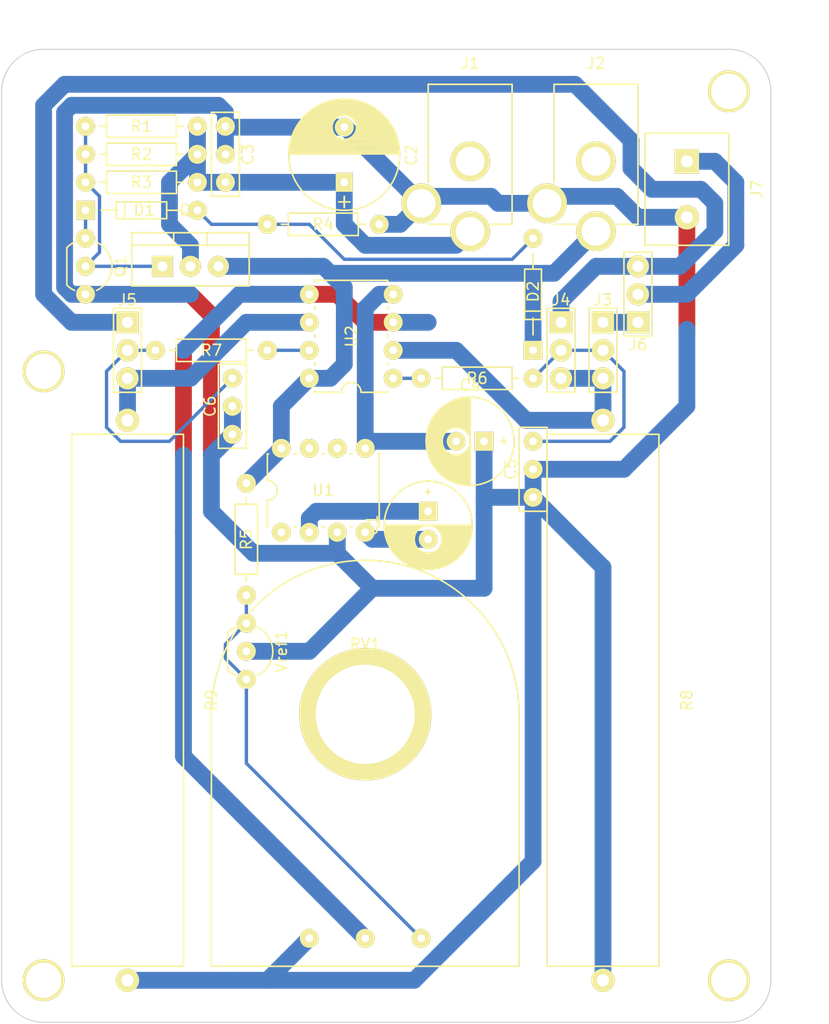
<source format=kicad_pcb>
(kicad_pcb (version 4) (host pcbnew 4.0.1-stable)

  (general
    (links 60)
    (no_connects 2)
    (area 105.359999 40.589999 175.310001 128.955001)
    (thickness 1.6)
    (drawings 10)
    (tracks 173)
    (zones 0)
    (modules 34)
    (nets 24)
  )

  (page A4)
  (layers
    (0 F.Cu signal)
    (31 B.Cu signal)
    (32 B.Adhes user)
    (33 F.Adhes user)
    (34 B.Paste user)
    (35 F.Paste user)
    (36 B.SilkS user)
    (37 F.SilkS user)
    (38 B.Mask user)
    (39 F.Mask user)
    (40 Dwgs.User user)
    (41 Cmts.User user)
    (42 Eco1.User user)
    (43 Eco2.User user)
    (44 Edge.Cuts user)
    (45 Margin user)
    (46 B.CrtYd user)
    (47 F.CrtYd user)
    (48 B.Fab user)
    (49 F.Fab user)
  )

  (setup
    (last_trace_width 1.524)
    (trace_clearance 0.2)
    (zone_clearance 0.508)
    (zone_45_only no)
    (trace_min 0.2)
    (segment_width 0.2)
    (edge_width 0.1)
    (via_size 0.6)
    (via_drill 0.4)
    (via_min_size 0.4)
    (via_min_drill 0.3)
    (uvia_size 0.3)
    (uvia_drill 0.1)
    (uvias_allowed no)
    (uvia_min_size 0.2)
    (uvia_min_drill 0.1)
    (pcb_text_width 0.3)
    (pcb_text_size 1.5 1.5)
    (mod_edge_width 0.15)
    (mod_text_size 1 1)
    (mod_text_width 0.15)
    (pad_size 1.5 1.5)
    (pad_drill 0.6)
    (pad_to_mask_clearance 0)
    (aux_axis_origin 0 0)
    (visible_elements 7FFEFFFF)
    (pcbplotparams
      (layerselection 0x01020_80000000)
      (usegerberextensions false)
      (excludeedgelayer true)
      (linewidth 0.100000)
      (plotframeref false)
      (viasonmask false)
      (mode 1)
      (useauxorigin false)
      (hpglpennumber 1)
      (hpglpenspeed 20)
      (hpglpendiameter 15)
      (hpglpenoverlay 2)
      (psnegative false)
      (psa4output false)
      (plotreference true)
      (plotvalue true)
      (plotinvisibletext false)
      (padsonsilk false)
      (subtractmaskfromsilk false)
      (outputformat 1)
      (mirror false)
      (drillshape 0)
      (scaleselection 1)
      (outputdirectory ""))
  )

  (net 0 "")
  (net 1 "Net-(C1-Pad1)")
  (net 2 "Net-(C1-Pad2)")
  (net 3 "Net-(C2-Pad1)")
  (net 4 GND)
  (net 5 -12V)
  (net 6 "Net-(C5-Pad1)")
  (net 7 "Net-(C6-Pad1)")
  (net 8 "Net-(D1-Pad1)")
  (net 9 "Net-(D1-Pad2)")
  (net 10 +12V)
  (net 11 "Net-(J3-Pad1)")
  (net 12 "Net-(J3-Pad3)")
  (net 13 "Net-(J4-Pad1)")
  (net 14 "Net-(J5-Pad3)")
  (net 15 "Net-(J6-Pad2)")
  (net 16 "Net-(Q1-Pad2)")
  (net 17 "Net-(R5-Pad2)")
  (net 18 "Net-(R6-Pad2)")
  (net 19 "Net-(R7-Pad2)")
  (net 20 "Net-(RV1-Pad2)")
  (net 21 "Net-(U1-Pad1)")
  (net 22 "Net-(U1-Pad6)")
  (net 23 "Net-(U1-Pad7)")

  (net_class Default "This is the default net class."
    (clearance 0.2)
    (trace_width 1.524)
    (via_dia 0.6)
    (via_drill 0.4)
    (uvia_dia 0.3)
    (uvia_drill 0.1)
    (add_net +12V)
    (add_net -12V)
    (add_net GND)
    (add_net "Net-(C1-Pad1)")
    (add_net "Net-(C1-Pad2)")
    (add_net "Net-(C2-Pad1)")
    (add_net "Net-(J3-Pad1)")
    (add_net "Net-(J3-Pad3)")
    (add_net "Net-(J4-Pad1)")
    (add_net "Net-(J5-Pad3)")
    (add_net "Net-(J6-Pad2)")
    (add_net "Net-(RV1-Pad2)")
  )

  (net_class Signal ""
    (clearance 0.2)
    (trace_width 0.3048)
    (via_dia 0.6)
    (via_drill 0.4)
    (uvia_dia 0.3)
    (uvia_drill 0.1)
    (add_net "Net-(C5-Pad1)")
    (add_net "Net-(C6-Pad1)")
    (add_net "Net-(D1-Pad1)")
    (add_net "Net-(D1-Pad2)")
    (add_net "Net-(Q1-Pad2)")
    (add_net "Net-(R5-Pad2)")
    (add_net "Net-(R6-Pad2)")
    (add_net "Net-(R7-Pad2)")
    (add_net "Net-(U1-Pad1)")
    (add_net "Net-(U1-Pad6)")
    (add_net "Net-(U1-Pad7)")
  )

  (module "Custom Footprint:Cap_Pol_Radial_D8_P2" (layer F.Cu) (tedit 58F09B01) (tstamp 58F3B651)
    (at 144.145 82.55 270)
    (descr "Radial Electrolytic Capacitor Diameter 8mm x Length 13mm, Pitch 3.8mm")
    (tags "Electrolytic Capacitor")
    (path /58F3BDDD)
    (fp_text reference C1 (at 1.27 5.08 450) (layer F.SilkS)
      (effects (font (size 1 1) (thickness 0.15)))
    )
    (fp_text value 22uF (at 1.27 -4.826 270) (layer F.Fab)
      (effects (font (size 1 1) (thickness 0.15)))
    )
    (fp_line (start -1.778 -0.254) (end -1.778 0.254) (layer F.SilkS) (width 0.15))
    (fp_line (start -1.524 0) (end -2.032 0) (layer F.SilkS) (width 0.15))
    (fp_line (start 1.27 -0.5715) (end 1.397 -0.6985) (layer F.SilkS) (width 0.15))
    (fp_line (start 1.397 -0.6985) (end 1.397 -3.8735) (layer F.SilkS) (width 0.15))
    (fp_line (start 1.397 3.937) (end 1.397 0.635) (layer F.SilkS) (width 0.15))
    (fp_line (start 1.524 3.937) (end 1.524 0.8255) (layer F.SilkS) (width 0.15))
    (fp_line (start 1.524 0.8255) (end 1.651 0.9525) (layer F.SilkS) (width 0.15))
    (fp_line (start 1.651 0.9525) (end 1.651 3.937) (layer F.SilkS) (width 0.15))
    (fp_line (start 1.651 3.937) (end 1.778 3.937) (layer F.SilkS) (width 0.15))
    (fp_line (start 1.778 3.937) (end 1.778 1.0795) (layer F.SilkS) (width 0.15))
    (fp_line (start 1.778 1.0795) (end 1.905 1.143) (layer F.SilkS) (width 0.15))
    (fp_line (start 1.905 1.143) (end 1.905 3.937) (layer F.SilkS) (width 0.15))
    (fp_line (start 1.905 3.937) (end 2.032 3.8735) (layer F.SilkS) (width 0.15))
    (fp_line (start 2.032 3.8735) (end 2.032 1.2065) (layer F.SilkS) (width 0.15))
    (fp_line (start 2.032 1.2065) (end 2.159 1.27) (layer F.SilkS) (width 0.15))
    (fp_line (start 2.159 1.27) (end 2.159 3.81) (layer F.SilkS) (width 0.15))
    (fp_line (start 2.159 3.81) (end 2.286 3.81) (layer F.SilkS) (width 0.15))
    (fp_line (start 2.286 3.81) (end 2.286 1.27) (layer F.SilkS) (width 0.15))
    (fp_line (start 2.286 1.27) (end 2.413 1.27) (layer F.SilkS) (width 0.15))
    (fp_line (start 2.413 1.27) (end 2.413 3.81) (layer F.SilkS) (width 0.15))
    (fp_line (start 2.413 3.81) (end 2.54 3.7465) (layer F.SilkS) (width 0.15))
    (fp_line (start 2.54 3.7465) (end 2.54 1.3335) (layer F.SilkS) (width 0.15))
    (fp_line (start 2.54 1.3335) (end 2.667 1.3335) (layer F.SilkS) (width 0.15))
    (fp_line (start 2.667 1.3335) (end 2.667 3.683) (layer F.SilkS) (width 0.15))
    (fp_line (start 2.667 3.683) (end 2.794 3.6195) (layer F.SilkS) (width 0.15))
    (fp_line (start 2.794 3.6195) (end 2.794 1.27) (layer F.SilkS) (width 0.15))
    (fp_line (start 2.794 1.27) (end 2.921 1.2065) (layer F.SilkS) (width 0.15))
    (fp_line (start 2.921 1.2065) (end 2.921 3.6195) (layer F.SilkS) (width 0.15))
    (fp_line (start 2.921 3.6195) (end 3.048 3.4925) (layer F.SilkS) (width 0.15))
    (fp_line (start 3.048 3.4925) (end 3.048 1.2065) (layer F.SilkS) (width 0.15))
    (fp_line (start 3.048 1.2065) (end 3.175 1.143) (layer F.SilkS) (width 0.15))
    (fp_line (start 3.175 1.143) (end 3.175 3.4925) (layer F.SilkS) (width 0.15))
    (fp_line (start 3.175 3.4925) (end 3.302 3.3655) (layer F.SilkS) (width 0.15))
    (fp_line (start 3.302 3.3655) (end 3.302 1.016) (layer F.SilkS) (width 0.15))
    (fp_line (start 3.302 1.016) (end 3.429 0.9525) (layer F.SilkS) (width 0.15))
    (fp_line (start 3.429 0.9525) (end 3.429 3.3655) (layer F.SilkS) (width 0.15))
    (fp_line (start 3.429 3.3655) (end 3.556 3.175) (layer F.SilkS) (width 0.15))
    (fp_line (start 3.556 3.175) (end 3.556 0.8255) (layer F.SilkS) (width 0.15))
    (fp_line (start 3.556 0.8255) (end 3.683 0.635) (layer F.SilkS) (width 0.15))
    (fp_line (start 3.683 0.635) (end 3.683 3.1115) (layer F.SilkS) (width 0.15))
    (fp_line (start 1.524 -3.937) (end 1.524 -0.8255) (layer F.SilkS) (width 0.15))
    (fp_line (start 1.524 -0.8255) (end 1.651 -0.9525) (layer F.SilkS) (width 0.15))
    (fp_line (start 1.651 -0.9525) (end 1.651 -3.937) (layer F.SilkS) (width 0.15))
    (fp_line (start 1.651 -3.937) (end 1.778 -3.8735) (layer F.SilkS) (width 0.15))
    (fp_line (start 1.778 -3.8735) (end 1.778 -1.0795) (layer F.SilkS) (width 0.15))
    (fp_line (start 1.778 -1.0795) (end 1.905 -1.2065) (layer F.SilkS) (width 0.15))
    (fp_line (start 1.905 -1.2065) (end 1.905 -3.937) (layer F.SilkS) (width 0.15))
    (fp_line (start 1.905 -3.937) (end 2.032 -3.8735) (layer F.SilkS) (width 0.15))
    (fp_line (start 2.032 -3.8735) (end 2.032 -1.2065) (layer F.SilkS) (width 0.15))
    (fp_line (start 2.032 -1.2065) (end 2.159 -1.27) (layer F.SilkS) (width 0.15))
    (fp_line (start 2.159 -1.27) (end 2.159 -3.81) (layer F.SilkS) (width 0.15))
    (fp_line (start 2.159 -3.81) (end 2.286 -3.81) (layer F.SilkS) (width 0.15))
    (fp_line (start 2.286 -3.81) (end 2.286 -1.27) (layer F.SilkS) (width 0.15))
    (fp_line (start 2.286 -1.27) (end 2.413 -1.27) (layer F.SilkS) (width 0.15))
    (fp_line (start 2.413 -1.27) (end 2.413 -3.81) (layer F.SilkS) (width 0.15))
    (fp_line (start 2.413 -3.81) (end 2.54 -3.7465) (layer F.SilkS) (width 0.15))
    (fp_line (start 2.54 -3.7465) (end 2.54 -1.27) (layer F.SilkS) (width 0.15))
    (fp_line (start 2.54 -1.27) (end 2.667 -1.27) (layer F.SilkS) (width 0.15))
    (fp_line (start 2.667 -1.27) (end 2.667 -3.7465) (layer F.SilkS) (width 0.15))
    (fp_line (start 2.667 -3.7465) (end 2.794 -3.683) (layer F.SilkS) (width 0.15))
    (fp_line (start 2.794 -3.683) (end 2.794 -1.27) (layer F.SilkS) (width 0.15))
    (fp_line (start 2.794 -1.27) (end 2.921 -1.27) (layer F.SilkS) (width 0.15))
    (fp_line (start 2.921 -1.27) (end 2.921 -3.6195) (layer F.SilkS) (width 0.15))
    (fp_line (start 2.921 -3.6195) (end 3.048 -3.556) (layer F.SilkS) (width 0.15))
    (fp_line (start 3.048 -3.556) (end 3.048 -1.2065) (layer F.SilkS) (width 0.15))
    (fp_line (start 3.048 -1.2065) (end 3.175 -1.143) (layer F.SilkS) (width 0.15))
    (fp_line (start 3.175 -1.143) (end 3.175 -3.4925) (layer F.SilkS) (width 0.15))
    (fp_line (start 3.175 -3.4925) (end 3.302 -3.429) (layer F.SilkS) (width 0.15))
    (fp_line (start 3.302 -3.429) (end 3.302 -1.016) (layer F.SilkS) (width 0.15))
    (fp_line (start 3.302 -1.016) (end 3.429 -0.9525) (layer F.SilkS) (width 0.15))
    (fp_line (start 3.429 -0.9525) (end 3.429 -3.302) (layer F.SilkS) (width 0.15))
    (fp_line (start 3.429 -3.302) (end 3.556 -3.2385) (layer F.SilkS) (width 0.15))
    (fp_line (start 3.556 -3.2385) (end 3.556 -0.8255) (layer F.SilkS) (width 0.15))
    (fp_line (start 3.556 -0.8255) (end 3.683 -0.635) (layer F.SilkS) (width 0.15))
    (fp_line (start 3.683 -0.635) (end 3.683 -3.1115) (layer F.SilkS) (width 0.15))
    (fp_line (start 3.81 -2.9845) (end 4.191 -2.6035) (layer F.SilkS) (width 0.15))
    (fp_line (start 4.7625 -1.905) (end 4.6355 -1.9685) (layer F.SilkS) (width 0.15))
    (fp_line (start 4.6355 -1.9685) (end 4.445 -2.032) (layer F.SilkS) (width 0.15))
    (fp_line (start 5.0165 1.2065) (end 5.0165 1.016) (layer F.SilkS) (width 0.15))
    (fp_line (start 3.937 2.8575) (end 4.064 2.7305) (layer F.SilkS) (width 0.15))
    (fp_line (start 4.445 2.2225) (end 4.5085 2.159) (layer F.SilkS) (width 0.15))
    (fp_circle (center 2.54 0) (end 3.81 0) (layer F.SilkS) (width 0.15))
    (fp_line (start 1.27 -4.0005) (end 1.27 3.937) (layer F.SilkS) (width 0.15))
    (fp_line (start 1.27 3.937) (end 1.397 3.937) (layer F.SilkS) (width 0.15))
    (fp_line (start 3.683 -3.175) (end 3.81 -3.048) (layer F.SilkS) (width 0.15))
    (fp_line (start 3.81 -3.048) (end 3.81 3.048) (layer F.SilkS) (width 0.15))
    (fp_line (start 3.81 3.048) (end 3.937 2.8575) (layer F.SilkS) (width 0.15))
    (fp_line (start 3.937 2.8575) (end 3.937 -2.8575) (layer F.SilkS) (width 0.15))
    (fp_line (start 3.937 -2.8575) (end 4.064 -2.794) (layer F.SilkS) (width 0.15))
    (fp_line (start 4.064 -2.794) (end 4.064 2.7305) (layer F.SilkS) (width 0.15))
    (fp_line (start 4.064 2.7305) (end 4.191 2.6035) (layer F.SilkS) (width 0.15))
    (fp_line (start 4.191 2.6035) (end 4.191 -2.6035) (layer F.SilkS) (width 0.15))
    (fp_line (start 4.191 -2.6035) (end 4.318 -2.4765) (layer F.SilkS) (width 0.15))
    (fp_line (start 4.318 -2.4765) (end 4.318 2.4765) (layer F.SilkS) (width 0.15))
    (fp_line (start 4.318 2.4765) (end 4.445 2.3495) (layer F.SilkS) (width 0.15))
    (fp_line (start 4.445 2.3495) (end 4.445 -2.413) (layer F.SilkS) (width 0.15))
    (fp_line (start 4.445 -2.413) (end 4.572 -2.159) (layer F.SilkS) (width 0.15))
    (fp_line (start 4.572 -2.159) (end 4.572 2.0955) (layer F.SilkS) (width 0.15))
    (fp_line (start 4.572 2.0955) (end 4.699 1.905) (layer F.SilkS) (width 0.15))
    (fp_line (start 4.699 1.905) (end 4.699 -1.905) (layer F.SilkS) (width 0.15))
    (fp_line (start 4.699 -1.905) (end 4.826 -1.651) (layer F.SilkS) (width 0.15))
    (fp_line (start 4.826 -1.651) (end 4.826 1.7145) (layer F.SilkS) (width 0.15))
    (fp_line (start 4.826 1.7145) (end 4.953 1.3335) (layer F.SilkS) (width 0.15))
    (fp_line (start 4.953 1.3335) (end 4.953 -1.4605) (layer F.SilkS) (width 0.15))
    (fp_line (start 4.953 -1.4605) (end 5.08 -1.0795) (layer F.SilkS) (width 0.15))
    (fp_line (start 5.08 -1.0795) (end 5.08 1.016) (layer F.SilkS) (width 0.15))
    (fp_line (start 5.08 1.016) (end 5.1435 0.6985) (layer F.SilkS) (width 0.15))
    (fp_line (start 5.1435 0.6985) (end 5.1435 -0.5715) (layer F.SilkS) (width 0.15))
    (fp_circle (center 1.27 0) (end 5.27 0) (layer F.SilkS) (width 0.15))
    (pad 1 thru_hole rect (at 0 0 270) (size 1.716 1.716) (drill 0.7) (layers *.Cu *.Mask F.SilkS)
      (net 1 "Net-(C1-Pad1)"))
    (pad 2 thru_hole circle (at 2.54 0 270) (size 1.716 1.716) (drill 0.7) (layers *.Cu *.Mask F.SilkS)
      (net 2 "Net-(C1-Pad2)"))
    (model Capacitors_ThroughHole.3dshapes/C_Radial_D8_L13_P3.8.wrl
      (at (xyz 0.0748031 0 0))
      (scale (xyz 1 1 1))
      (rotate (xyz 0 0 90))
    )
  )

  (module "Custom Footprint:Cap_Pol_Radial_D10_P3" (layer F.Cu) (tedit 57E01EA7) (tstamp 58F3B6BD)
    (at 136.525 52.705 90)
    (descr "Radial Electrolytic Capacitor 10mm x Length 16mm, Pitch 5mm")
    (tags "Electrolytic Capacitor")
    (path /58F38EB1)
    (fp_text reference C2 (at 2.4765 6.096 90) (layer F.SilkS)
      (effects (font (size 1 1) (thickness 0.15)))
    )
    (fp_text value 100uF (at 2.54 -6.0325 90) (layer F.Fab)
      (effects (font (size 1 1) (thickness 0.15)))
    )
    (fp_line (start -1.778 -0.508) (end -1.778 0) (layer F.SilkS) (width 0.15))
    (fp_line (start -1.778 0) (end -1.27 0) (layer F.SilkS) (width 0.15))
    (fp_line (start -1.27 0) (end -2.286 0) (layer F.SilkS) (width 0.15))
    (fp_line (start -2.286 0) (end -1.778 0) (layer F.SilkS) (width 0.15))
    (fp_line (start -1.778 0) (end -1.778 0.508) (layer F.SilkS) (width 0.15))
    (fp_line (start 3.937 0.508) (end 3.937 4.7625) (layer F.SilkS) (width 0.15))
    (fp_line (start 3.937 4.7625) (end 4.064 4.7625) (layer F.SilkS) (width 0.15))
    (fp_line (start 4.064 4.7625) (end 4.064 0.635) (layer F.SilkS) (width 0.15))
    (fp_line (start 4.064 0.635) (end 4.191 0.8255) (layer F.SilkS) (width 0.15))
    (fp_line (start 4.191 0.8255) (end 4.191 4.699) (layer F.SilkS) (width 0.15))
    (fp_line (start 4.191 4.699) (end 4.318 4.6355) (layer F.SilkS) (width 0.15))
    (fp_line (start 4.318 4.6355) (end 4.318 0.889) (layer F.SilkS) (width 0.15))
    (fp_line (start 4.318 0.889) (end 4.445 1.016) (layer F.SilkS) (width 0.15))
    (fp_line (start 4.445 1.016) (end 4.445 4.572) (layer F.SilkS) (width 0.15))
    (fp_line (start 4.445 4.572) (end 4.572 4.5085) (layer F.SilkS) (width 0.15))
    (fp_line (start 4.572 4.5085) (end 4.572 1.0795) (layer F.SilkS) (width 0.15))
    (fp_line (start 4.572 1.0795) (end 4.699 1.143) (layer F.SilkS) (width 0.15))
    (fp_line (start 4.699 1.143) (end 4.699 4.445) (layer F.SilkS) (width 0.15))
    (fp_line (start 4.699 4.445) (end 4.826 4.3815) (layer F.SilkS) (width 0.15))
    (fp_line (start 4.826 4.3815) (end 4.826 1.143) (layer F.SilkS) (width 0.15))
    (fp_line (start 4.826 1.143) (end 4.953 1.143) (layer F.SilkS) (width 0.15))
    (fp_line (start 4.953 1.143) (end 4.953 4.318) (layer F.SilkS) (width 0.15))
    (fp_line (start 4.953 4.318) (end 5.08 4.2545) (layer F.SilkS) (width 0.15))
    (fp_line (start 5.08 4.2545) (end 5.08 1.143) (layer F.SilkS) (width 0.15))
    (fp_line (start 5.08 1.143) (end 5.207 1.143) (layer F.SilkS) (width 0.15))
    (fp_line (start 5.207 1.143) (end 5.207 4.191) (layer F.SilkS) (width 0.15))
    (fp_line (start 5.207 4.191) (end 5.334 4.1275) (layer F.SilkS) (width 0.15))
    (fp_line (start 5.334 4.1275) (end 5.334 1.0795) (layer F.SilkS) (width 0.15))
    (fp_line (start 5.334 1.0795) (end 5.461 1.016) (layer F.SilkS) (width 0.15))
    (fp_line (start 5.461 1.016) (end 5.461 4.064) (layer F.SilkS) (width 0.15))
    (fp_line (start 5.461 4.064) (end 5.588 3.937) (layer F.SilkS) (width 0.15))
    (fp_line (start 5.588 3.937) (end 5.588 1.016) (layer F.SilkS) (width 0.15))
    (fp_line (start 5.588 1.016) (end 5.715 0.889) (layer F.SilkS) (width 0.15))
    (fp_line (start 5.715 0.889) (end 5.715 3.81) (layer F.SilkS) (width 0.15))
    (fp_line (start 5.715 3.81) (end 5.842 3.683) (layer F.SilkS) (width 0.15))
    (fp_line (start 5.842 3.683) (end 5.842 0.762) (layer F.SilkS) (width 0.15))
    (fp_line (start 5.842 0.762) (end 5.969 0.635) (layer F.SilkS) (width 0.15))
    (fp_line (start 5.969 0.635) (end 5.969 3.556) (layer F.SilkS) (width 0.15))
    (fp_line (start 5.969 3.556) (end 6.096 3.4925) (layer F.SilkS) (width 0.15))
    (fp_line (start 6.096 3.4925) (end 6.096 0.381) (layer F.SilkS) (width 0.15))
    (fp_line (start 3.8735 -0.4445) (end 3.937 -0.508) (layer F.SilkS) (width 0.15))
    (fp_line (start 3.937 -4.7625) (end 3.937 -0.5715) (layer F.SilkS) (width 0.15))
    (fp_line (start 3.937 -0.5715) (end 4.064 -0.6985) (layer F.SilkS) (width 0.15))
    (fp_line (start 4.064 -0.6985) (end 4.064 -4.7625) (layer F.SilkS) (width 0.15))
    (fp_line (start 4.064 -4.7625) (end 4.191 -4.699) (layer F.SilkS) (width 0.15))
    (fp_line (start 4.191 -4.699) (end 4.191 -0.8255) (layer F.SilkS) (width 0.15))
    (fp_line (start 4.191 -0.8255) (end 4.318 -0.889) (layer F.SilkS) (width 0.15))
    (fp_line (start 4.318 -0.889) (end 4.318 -4.6355) (layer F.SilkS) (width 0.15))
    (fp_line (start 4.318 -4.6355) (end 4.445 -4.572) (layer F.SilkS) (width 0.15))
    (fp_line (start 4.445 -4.572) (end 4.445 -1.016) (layer F.SilkS) (width 0.15))
    (fp_line (start 4.445 -1.016) (end 4.572 -1.0795) (layer F.SilkS) (width 0.15))
    (fp_line (start 4.572 -1.0795) (end 4.572 -4.572) (layer F.SilkS) (width 0.15))
    (fp_line (start 4.572 -4.572) (end 4.699 -4.5085) (layer F.SilkS) (width 0.15))
    (fp_line (start 4.699 -4.5085) (end 4.699 -1.0795) (layer F.SilkS) (width 0.15))
    (fp_line (start 4.699 -1.0795) (end 4.826 -1.143) (layer F.SilkS) (width 0.15))
    (fp_line (start 4.826 -1.143) (end 4.826 -4.445) (layer F.SilkS) (width 0.15))
    (fp_line (start 4.826 -4.445) (end 4.953 -4.3815) (layer F.SilkS) (width 0.15))
    (fp_line (start 4.953 -4.3815) (end 4.953 -1.2065) (layer F.SilkS) (width 0.15))
    (fp_line (start 4.953 -1.2065) (end 5.08 -1.2065) (layer F.SilkS) (width 0.15))
    (fp_line (start 5.08 -1.2065) (end 5.08 -4.2545) (layer F.SilkS) (width 0.15))
    (fp_line (start 5.08 -4.2545) (end 5.207 -4.191) (layer F.SilkS) (width 0.15))
    (fp_line (start 5.207 -4.191) (end 5.207 -1.143) (layer F.SilkS) (width 0.15))
    (fp_line (start 5.207 -1.143) (end 5.334 -1.0795) (layer F.SilkS) (width 0.15))
    (fp_line (start 5.334 -1.0795) (end 5.334 -4.1275) (layer F.SilkS) (width 0.15))
    (fp_line (start 5.334 -4.1275) (end 5.461 -4.064) (layer F.SilkS) (width 0.15))
    (fp_line (start 5.461 -4.064) (end 5.461 -1.0795) (layer F.SilkS) (width 0.15))
    (fp_line (start 5.461 -1.0795) (end 5.588 -1.016) (layer F.SilkS) (width 0.15))
    (fp_line (start 5.588 -1.016) (end 5.588 -3.937) (layer F.SilkS) (width 0.15))
    (fp_line (start 5.588 -3.937) (end 5.715 -3.8735) (layer F.SilkS) (width 0.15))
    (fp_line (start 5.715 -3.8735) (end 5.715 -0.889) (layer F.SilkS) (width 0.15))
    (fp_line (start 5.715 -0.889) (end 5.842 -0.8255) (layer F.SilkS) (width 0.15))
    (fp_line (start 5.842 -0.8255) (end 5.842 -3.7465) (layer F.SilkS) (width 0.15))
    (fp_line (start 5.842 -3.7465) (end 5.969 -3.6195) (layer F.SilkS) (width 0.15))
    (fp_line (start 5.969 -3.6195) (end 5.969 -0.5715) (layer F.SilkS) (width 0.15))
    (fp_line (start 5.969 -0.5715) (end 6.096 -0.381) (layer F.SilkS) (width 0.15))
    (fp_line (start 6.096 -0.381) (end 6.096 -3.4925) (layer F.SilkS) (width 0.15))
    (fp_line (start 6.985 -2.159) (end 7.3406 -1.2446) (layer F.SilkS) (width 0.15))
    (fp_line (start 7.4422 -0.4318) (end 7.4422 -0.6858) (layer F.SilkS) (width 0.15))
    (fp_line (start 7.3914 0.7874) (end 7.4168 0.508) (layer F.SilkS) (width 0.15))
    (fp_line (start 6.9342 2.1844) (end 7.2898 1.2954) (layer F.SilkS) (width 0.15))
    (fp_line (start 2.575 -4.999) (end 2.575 4.999) (layer F.SilkS) (width 0.15))
    (fp_line (start 2.715 -4.995) (end 2.715 4.995) (layer F.SilkS) (width 0.15))
    (fp_line (start 2.855 -4.987) (end 2.855 4.987) (layer F.SilkS) (width 0.15))
    (fp_line (start 2.995 -4.975) (end 2.995 4.975) (layer F.SilkS) (width 0.15))
    (fp_line (start 3.135 -4.96) (end 3.135 4.96) (layer F.SilkS) (width 0.15))
    (fp_line (start 3.275 -4.94) (end 3.275 4.94) (layer F.SilkS) (width 0.15))
    (fp_line (start 3.415 -4.916) (end 3.415 4.916) (layer F.SilkS) (width 0.15))
    (fp_line (start 3.555 -4.887) (end 3.555 4.887) (layer F.SilkS) (width 0.15))
    (fp_line (start 3.695 -4.855) (end 3.695 4.855) (layer F.SilkS) (width 0.15))
    (fp_line (start 3.835 -4.818) (end 3.835 4.818) (layer F.SilkS) (width 0.15))
    (fp_line (start 6.215 -3.346) (end 6.215 3.346) (layer F.SilkS) (width 0.15))
    (fp_line (start 6.355 -3.184) (end 6.355 3.184) (layer F.SilkS) (width 0.15))
    (fp_line (start 6.495 -3.007) (end 6.495 3.007) (layer F.SilkS) (width 0.15))
    (fp_line (start 6.635 -2.811) (end 6.635 2.811) (layer F.SilkS) (width 0.15))
    (fp_line (start 6.775 -2.593) (end 6.775 2.593) (layer F.SilkS) (width 0.15))
    (fp_line (start 6.915 -2.347) (end 6.915 2.347) (layer F.SilkS) (width 0.15))
    (fp_line (start 7.055 -2.062) (end 7.055 2.062) (layer F.SilkS) (width 0.15))
    (fp_line (start 7.195 -1.72) (end 7.195 1.72) (layer F.SilkS) (width 0.15))
    (fp_line (start 7.335 -1.274) (end 7.335 1.274) (layer F.SilkS) (width 0.15))
    (fp_line (start 7.475 -0.499) (end 7.475 0.499) (layer F.SilkS) (width 0.15))
    (fp_circle (center 5 0) (end 5.5 -1) (layer F.SilkS) (width 0.15))
    (fp_circle (center 2.5 0) (end 2.5 -5.0375) (layer F.SilkS) (width 0.15))
    (pad 1 thru_hole rect (at 0 0 90) (size 1.716 1.554) (drill 0.7) (layers *.Cu *.Mask F.SilkS)
      (net 3 "Net-(C2-Pad1)"))
    (pad 2 thru_hole circle (at 5 0 90) (size 1.716 1.716) (drill 0.7) (layers *.Cu *.Mask F.SilkS)
      (net 4 GND))
    (model Capacitors_ThroughHole.3dshapes/C_Radial_D10_L16_P5.wrl
      (at (xyz 0.0984252 0 0))
      (scale (xyz 1 1 1))
      (rotate (xyz 0 0 90))
    )
  )

  (module "Custom Footprint:Cap_UnPol_P3" (layer F.Cu) (tedit 58F35BC5) (tstamp 58F3B6CC)
    (at 125.73 52.705 180)
    (descr "Through hole pin header")
    (tags "pin header")
    (path /58F38FAF)
    (fp_text reference C3 (at -2.032 2.54 270) (layer F.SilkS)
      (effects (font (size 1 1) (thickness 0.15)))
    )
    (fp_text value 100nF (at 2.032 2.54 270) (layer F.Fab)
      (effects (font (size 1 1) (thickness 0.15)))
    )
    (fp_line (start 1.27 3.81) (end 1.27 6.35) (layer F.SilkS) (width 0.15))
    (fp_line (start 1.27 6.35) (end -1.27 6.35) (layer F.SilkS) (width 0.15))
    (fp_line (start -1.27 6.35) (end -1.27 3.81) (layer F.SilkS) (width 0.15))
    (fp_line (start -1.27 1.27) (end -1.27 -1.27) (layer F.SilkS) (width 0.15))
    (fp_line (start -1.27 -1.27) (end 1.27 -1.27) (layer F.SilkS) (width 0.15))
    (fp_line (start 1.27 -1.27) (end 1.27 1.27) (layer F.SilkS) (width 0.15))
    (fp_line (start 1.27 1.27) (end 1.27 3.81) (layer F.SilkS) (width 0.15))
    (fp_line (start -1.27 1.27) (end -1.27 3.81) (layer F.SilkS) (width 0.15))
    (pad 1 thru_hole circle (at 0 0 180) (size 1.716 1.716) (drill 0.7) (layers *.Cu *.Mask F.SilkS)
      (net 3 "Net-(C2-Pad1)"))
    (pad 2 thru_hole circle (at 0 2.54 180) (size 1.716 1.716) (drill 0.7) (layers *.Cu *.Mask F.SilkS)
      (net 4 GND))
    (pad 2 thru_hole circle (at 0 5.08 180) (size 1.716 1.716) (drill 0.7) (layers *.Cu *.Mask F.SilkS)
      (net 4 GND))
    (model Pin_Headers.3dshapes/Pin_Header_Straight_1x02.wrl
      (at (xyz 0 -0.05 0))
      (scale (xyz 1 1 1))
      (rotate (xyz 0 0 90))
    )
  )

  (module "Custom Footprint:Cap_Pol_Radial_D8_P2" (layer F.Cu) (tedit 58F09B01) (tstamp 58F3B73F)
    (at 149.225 76.2 180)
    (descr "Radial Electrolytic Capacitor Diameter 8mm x Length 13mm, Pitch 3.8mm")
    (tags "Electrolytic Capacitor")
    (path /58F3C598)
    (fp_text reference C4 (at 1.27 5.08 360) (layer F.SilkS)
      (effects (font (size 1 1) (thickness 0.15)))
    )
    (fp_text value 22uF (at 1.27 -4.826 180) (layer F.Fab)
      (effects (font (size 1 1) (thickness 0.15)))
    )
    (fp_line (start -1.778 -0.254) (end -1.778 0.254) (layer F.SilkS) (width 0.15))
    (fp_line (start -1.524 0) (end -2.032 0) (layer F.SilkS) (width 0.15))
    (fp_line (start 1.27 -0.5715) (end 1.397 -0.6985) (layer F.SilkS) (width 0.15))
    (fp_line (start 1.397 -0.6985) (end 1.397 -3.8735) (layer F.SilkS) (width 0.15))
    (fp_line (start 1.397 3.937) (end 1.397 0.635) (layer F.SilkS) (width 0.15))
    (fp_line (start 1.524 3.937) (end 1.524 0.8255) (layer F.SilkS) (width 0.15))
    (fp_line (start 1.524 0.8255) (end 1.651 0.9525) (layer F.SilkS) (width 0.15))
    (fp_line (start 1.651 0.9525) (end 1.651 3.937) (layer F.SilkS) (width 0.15))
    (fp_line (start 1.651 3.937) (end 1.778 3.937) (layer F.SilkS) (width 0.15))
    (fp_line (start 1.778 3.937) (end 1.778 1.0795) (layer F.SilkS) (width 0.15))
    (fp_line (start 1.778 1.0795) (end 1.905 1.143) (layer F.SilkS) (width 0.15))
    (fp_line (start 1.905 1.143) (end 1.905 3.937) (layer F.SilkS) (width 0.15))
    (fp_line (start 1.905 3.937) (end 2.032 3.8735) (layer F.SilkS) (width 0.15))
    (fp_line (start 2.032 3.8735) (end 2.032 1.2065) (layer F.SilkS) (width 0.15))
    (fp_line (start 2.032 1.2065) (end 2.159 1.27) (layer F.SilkS) (width 0.15))
    (fp_line (start 2.159 1.27) (end 2.159 3.81) (layer F.SilkS) (width 0.15))
    (fp_line (start 2.159 3.81) (end 2.286 3.81) (layer F.SilkS) (width 0.15))
    (fp_line (start 2.286 3.81) (end 2.286 1.27) (layer F.SilkS) (width 0.15))
    (fp_line (start 2.286 1.27) (end 2.413 1.27) (layer F.SilkS) (width 0.15))
    (fp_line (start 2.413 1.27) (end 2.413 3.81) (layer F.SilkS) (width 0.15))
    (fp_line (start 2.413 3.81) (end 2.54 3.7465) (layer F.SilkS) (width 0.15))
    (fp_line (start 2.54 3.7465) (end 2.54 1.3335) (layer F.SilkS) (width 0.15))
    (fp_line (start 2.54 1.3335) (end 2.667 1.3335) (layer F.SilkS) (width 0.15))
    (fp_line (start 2.667 1.3335) (end 2.667 3.683) (layer F.SilkS) (width 0.15))
    (fp_line (start 2.667 3.683) (end 2.794 3.6195) (layer F.SilkS) (width 0.15))
    (fp_line (start 2.794 3.6195) (end 2.794 1.27) (layer F.SilkS) (width 0.15))
    (fp_line (start 2.794 1.27) (end 2.921 1.2065) (layer F.SilkS) (width 0.15))
    (fp_line (start 2.921 1.2065) (end 2.921 3.6195) (layer F.SilkS) (width 0.15))
    (fp_line (start 2.921 3.6195) (end 3.048 3.4925) (layer F.SilkS) (width 0.15))
    (fp_line (start 3.048 3.4925) (end 3.048 1.2065) (layer F.SilkS) (width 0.15))
    (fp_line (start 3.048 1.2065) (end 3.175 1.143) (layer F.SilkS) (width 0.15))
    (fp_line (start 3.175 1.143) (end 3.175 3.4925) (layer F.SilkS) (width 0.15))
    (fp_line (start 3.175 3.4925) (end 3.302 3.3655) (layer F.SilkS) (width 0.15))
    (fp_line (start 3.302 3.3655) (end 3.302 1.016) (layer F.SilkS) (width 0.15))
    (fp_line (start 3.302 1.016) (end 3.429 0.9525) (layer F.SilkS) (width 0.15))
    (fp_line (start 3.429 0.9525) (end 3.429 3.3655) (layer F.SilkS) (width 0.15))
    (fp_line (start 3.429 3.3655) (end 3.556 3.175) (layer F.SilkS) (width 0.15))
    (fp_line (start 3.556 3.175) (end 3.556 0.8255) (layer F.SilkS) (width 0.15))
    (fp_line (start 3.556 0.8255) (end 3.683 0.635) (layer F.SilkS) (width 0.15))
    (fp_line (start 3.683 0.635) (end 3.683 3.1115) (layer F.SilkS) (width 0.15))
    (fp_line (start 1.524 -3.937) (end 1.524 -0.8255) (layer F.SilkS) (width 0.15))
    (fp_line (start 1.524 -0.8255) (end 1.651 -0.9525) (layer F.SilkS) (width 0.15))
    (fp_line (start 1.651 -0.9525) (end 1.651 -3.937) (layer F.SilkS) (width 0.15))
    (fp_line (start 1.651 -3.937) (end 1.778 -3.8735) (layer F.SilkS) (width 0.15))
    (fp_line (start 1.778 -3.8735) (end 1.778 -1.0795) (layer F.SilkS) (width 0.15))
    (fp_line (start 1.778 -1.0795) (end 1.905 -1.2065) (layer F.SilkS) (width 0.15))
    (fp_line (start 1.905 -1.2065) (end 1.905 -3.937) (layer F.SilkS) (width 0.15))
    (fp_line (start 1.905 -3.937) (end 2.032 -3.8735) (layer F.SilkS) (width 0.15))
    (fp_line (start 2.032 -3.8735) (end 2.032 -1.2065) (layer F.SilkS) (width 0.15))
    (fp_line (start 2.032 -1.2065) (end 2.159 -1.27) (layer F.SilkS) (width 0.15))
    (fp_line (start 2.159 -1.27) (end 2.159 -3.81) (layer F.SilkS) (width 0.15))
    (fp_line (start 2.159 -3.81) (end 2.286 -3.81) (layer F.SilkS) (width 0.15))
    (fp_line (start 2.286 -3.81) (end 2.286 -1.27) (layer F.SilkS) (width 0.15))
    (fp_line (start 2.286 -1.27) (end 2.413 -1.27) (layer F.SilkS) (width 0.15))
    (fp_line (start 2.413 -1.27) (end 2.413 -3.81) (layer F.SilkS) (width 0.15))
    (fp_line (start 2.413 -3.81) (end 2.54 -3.7465) (layer F.SilkS) (width 0.15))
    (fp_line (start 2.54 -3.7465) (end 2.54 -1.27) (layer F.SilkS) (width 0.15))
    (fp_line (start 2.54 -1.27) (end 2.667 -1.27) (layer F.SilkS) (width 0.15))
    (fp_line (start 2.667 -1.27) (end 2.667 -3.7465) (layer F.SilkS) (width 0.15))
    (fp_line (start 2.667 -3.7465) (end 2.794 -3.683) (layer F.SilkS) (width 0.15))
    (fp_line (start 2.794 -3.683) (end 2.794 -1.27) (layer F.SilkS) (width 0.15))
    (fp_line (start 2.794 -1.27) (end 2.921 -1.27) (layer F.SilkS) (width 0.15))
    (fp_line (start 2.921 -1.27) (end 2.921 -3.6195) (layer F.SilkS) (width 0.15))
    (fp_line (start 2.921 -3.6195) (end 3.048 -3.556) (layer F.SilkS) (width 0.15))
    (fp_line (start 3.048 -3.556) (end 3.048 -1.2065) (layer F.SilkS) (width 0.15))
    (fp_line (start 3.048 -1.2065) (end 3.175 -1.143) (layer F.SilkS) (width 0.15))
    (fp_line (start 3.175 -1.143) (end 3.175 -3.4925) (layer F.SilkS) (width 0.15))
    (fp_line (start 3.175 -3.4925) (end 3.302 -3.429) (layer F.SilkS) (width 0.15))
    (fp_line (start 3.302 -3.429) (end 3.302 -1.016) (layer F.SilkS) (width 0.15))
    (fp_line (start 3.302 -1.016) (end 3.429 -0.9525) (layer F.SilkS) (width 0.15))
    (fp_line (start 3.429 -0.9525) (end 3.429 -3.302) (layer F.SilkS) (width 0.15))
    (fp_line (start 3.429 -3.302) (end 3.556 -3.2385) (layer F.SilkS) (width 0.15))
    (fp_line (start 3.556 -3.2385) (end 3.556 -0.8255) (layer F.SilkS) (width 0.15))
    (fp_line (start 3.556 -0.8255) (end 3.683 -0.635) (layer F.SilkS) (width 0.15))
    (fp_line (start 3.683 -0.635) (end 3.683 -3.1115) (layer F.SilkS) (width 0.15))
    (fp_line (start 3.81 -2.9845) (end 4.191 -2.6035) (layer F.SilkS) (width 0.15))
    (fp_line (start 4.7625 -1.905) (end 4.6355 -1.9685) (layer F.SilkS) (width 0.15))
    (fp_line (start 4.6355 -1.9685) (end 4.445 -2.032) (layer F.SilkS) (width 0.15))
    (fp_line (start 5.0165 1.2065) (end 5.0165 1.016) (layer F.SilkS) (width 0.15))
    (fp_line (start 3.937 2.8575) (end 4.064 2.7305) (layer F.SilkS) (width 0.15))
    (fp_line (start 4.445 2.2225) (end 4.5085 2.159) (layer F.SilkS) (width 0.15))
    (fp_circle (center 2.54 0) (end 3.81 0) (layer F.SilkS) (width 0.15))
    (fp_line (start 1.27 -4.0005) (end 1.27 3.937) (layer F.SilkS) (width 0.15))
    (fp_line (start 1.27 3.937) (end 1.397 3.937) (layer F.SilkS) (width 0.15))
    (fp_line (start 3.683 -3.175) (end 3.81 -3.048) (layer F.SilkS) (width 0.15))
    (fp_line (start 3.81 -3.048) (end 3.81 3.048) (layer F.SilkS) (width 0.15))
    (fp_line (start 3.81 3.048) (end 3.937 2.8575) (layer F.SilkS) (width 0.15))
    (fp_line (start 3.937 2.8575) (end 3.937 -2.8575) (layer F.SilkS) (width 0.15))
    (fp_line (start 3.937 -2.8575) (end 4.064 -2.794) (layer F.SilkS) (width 0.15))
    (fp_line (start 4.064 -2.794) (end 4.064 2.7305) (layer F.SilkS) (width 0.15))
    (fp_line (start 4.064 2.7305) (end 4.191 2.6035) (layer F.SilkS) (width 0.15))
    (fp_line (start 4.191 2.6035) (end 4.191 -2.6035) (layer F.SilkS) (width 0.15))
    (fp_line (start 4.191 -2.6035) (end 4.318 -2.4765) (layer F.SilkS) (width 0.15))
    (fp_line (start 4.318 -2.4765) (end 4.318 2.4765) (layer F.SilkS) (width 0.15))
    (fp_line (start 4.318 2.4765) (end 4.445 2.3495) (layer F.SilkS) (width 0.15))
    (fp_line (start 4.445 2.3495) (end 4.445 -2.413) (layer F.SilkS) (width 0.15))
    (fp_line (start 4.445 -2.413) (end 4.572 -2.159) (layer F.SilkS) (width 0.15))
    (fp_line (start 4.572 -2.159) (end 4.572 2.0955) (layer F.SilkS) (width 0.15))
    (fp_line (start 4.572 2.0955) (end 4.699 1.905) (layer F.SilkS) (width 0.15))
    (fp_line (start 4.699 1.905) (end 4.699 -1.905) (layer F.SilkS) (width 0.15))
    (fp_line (start 4.699 -1.905) (end 4.826 -1.651) (layer F.SilkS) (width 0.15))
    (fp_line (start 4.826 -1.651) (end 4.826 1.7145) (layer F.SilkS) (width 0.15))
    (fp_line (start 4.826 1.7145) (end 4.953 1.3335) (layer F.SilkS) (width 0.15))
    (fp_line (start 4.953 1.3335) (end 4.953 -1.4605) (layer F.SilkS) (width 0.15))
    (fp_line (start 4.953 -1.4605) (end 5.08 -1.0795) (layer F.SilkS) (width 0.15))
    (fp_line (start 5.08 -1.0795) (end 5.08 1.016) (layer F.SilkS) (width 0.15))
    (fp_line (start 5.08 1.016) (end 5.1435 0.6985) (layer F.SilkS) (width 0.15))
    (fp_line (start 5.1435 0.6985) (end 5.1435 -0.5715) (layer F.SilkS) (width 0.15))
    (fp_circle (center 1.27 0) (end 5.27 0) (layer F.SilkS) (width 0.15))
    (pad 1 thru_hole rect (at 0 0 180) (size 1.716 1.716) (drill 0.7) (layers *.Cu *.Mask F.SilkS)
      (net 4 GND))
    (pad 2 thru_hole circle (at 2.54 0 180) (size 1.716 1.716) (drill 0.7) (layers *.Cu *.Mask F.SilkS)
      (net 5 -12V))
    (model Capacitors_ThroughHole.3dshapes/C_Radial_D8_L13_P3.8.wrl
      (at (xyz 0.0748031 0 0))
      (scale (xyz 1 1 1))
      (rotate (xyz 0 0 90))
    )
  )

  (module "Custom Footprint:Cap_UnPol_P3" (layer F.Cu) (tedit 58F35BC5) (tstamp 58F3B74E)
    (at 153.67 76.2)
    (descr "Through hole pin header")
    (tags "pin header")
    (path /58F40A71)
    (fp_text reference C5 (at -2.032 2.54 90) (layer F.SilkS)
      (effects (font (size 1 1) (thickness 0.15)))
    )
    (fp_text value 100nF (at 2.032 2.54 90) (layer F.Fab)
      (effects (font (size 1 1) (thickness 0.15)))
    )
    (fp_line (start 1.27 3.81) (end 1.27 6.35) (layer F.SilkS) (width 0.15))
    (fp_line (start 1.27 6.35) (end -1.27 6.35) (layer F.SilkS) (width 0.15))
    (fp_line (start -1.27 6.35) (end -1.27 3.81) (layer F.SilkS) (width 0.15))
    (fp_line (start -1.27 1.27) (end -1.27 -1.27) (layer F.SilkS) (width 0.15))
    (fp_line (start -1.27 -1.27) (end 1.27 -1.27) (layer F.SilkS) (width 0.15))
    (fp_line (start 1.27 -1.27) (end 1.27 1.27) (layer F.SilkS) (width 0.15))
    (fp_line (start 1.27 1.27) (end 1.27 3.81) (layer F.SilkS) (width 0.15))
    (fp_line (start -1.27 1.27) (end -1.27 3.81) (layer F.SilkS) (width 0.15))
    (pad 1 thru_hole circle (at 0 0) (size 1.716 1.716) (drill 0.7) (layers *.Cu *.Mask F.SilkS)
      (net 6 "Net-(C5-Pad1)"))
    (pad 2 thru_hole circle (at 0 2.54) (size 1.716 1.716) (drill 0.7) (layers *.Cu *.Mask F.SilkS)
      (net 4 GND))
    (pad 2 thru_hole circle (at 0 5.08) (size 1.716 1.716) (drill 0.7) (layers *.Cu *.Mask F.SilkS)
      (net 4 GND))
    (model Pin_Headers.3dshapes/Pin_Header_Straight_1x02.wrl
      (at (xyz 0 -0.05 0))
      (scale (xyz 1 1 1))
      (rotate (xyz 0 0 90))
    )
  )

  (module "Custom Footprint:Cap_UnPol_P3" (layer F.Cu) (tedit 58F35BC5) (tstamp 58F3B75D)
    (at 126.365 70.485)
    (descr "Through hole pin header")
    (tags "pin header")
    (path /58F40CC4)
    (fp_text reference C6 (at -2.032 2.54 90) (layer F.SilkS)
      (effects (font (size 1 1) (thickness 0.15)))
    )
    (fp_text value 100nF (at 2.032 2.54 90) (layer F.Fab)
      (effects (font (size 1 1) (thickness 0.15)))
    )
    (fp_line (start 1.27 3.81) (end 1.27 6.35) (layer F.SilkS) (width 0.15))
    (fp_line (start 1.27 6.35) (end -1.27 6.35) (layer F.SilkS) (width 0.15))
    (fp_line (start -1.27 6.35) (end -1.27 3.81) (layer F.SilkS) (width 0.15))
    (fp_line (start -1.27 1.27) (end -1.27 -1.27) (layer F.SilkS) (width 0.15))
    (fp_line (start -1.27 -1.27) (end 1.27 -1.27) (layer F.SilkS) (width 0.15))
    (fp_line (start 1.27 -1.27) (end 1.27 1.27) (layer F.SilkS) (width 0.15))
    (fp_line (start 1.27 1.27) (end 1.27 3.81) (layer F.SilkS) (width 0.15))
    (fp_line (start -1.27 1.27) (end -1.27 3.81) (layer F.SilkS) (width 0.15))
    (pad 1 thru_hole circle (at 0 0) (size 1.716 1.716) (drill 0.7) (layers *.Cu *.Mask F.SilkS)
      (net 7 "Net-(C6-Pad1)"))
    (pad 2 thru_hole circle (at 0 2.54) (size 1.716 1.716) (drill 0.7) (layers *.Cu *.Mask F.SilkS)
      (net 4 GND))
    (pad 2 thru_hole circle (at 0 5.08) (size 1.716 1.716) (drill 0.7) (layers *.Cu *.Mask F.SilkS)
      (net 4 GND))
    (model Pin_Headers.3dshapes/Pin_Header_Straight_1x02.wrl
      (at (xyz 0 -0.05 0))
      (scale (xyz 1 1 1))
      (rotate (xyz 0 0 90))
    )
  )

  (module "Custom Footprint:1N4148" (layer F.Cu) (tedit 58F09B9C) (tstamp 58F3B76B)
    (at 113.03 55.245)
    (descr 1N4148)
    (tags "Diode, 1N4148")
    (path /58F3873A)
    (fp_text reference D1 (at 5.334 0) (layer F.SilkS)
      (effects (font (size 1 1) (thickness 0.15)))
    )
    (fp_text value 1N4148 (at 5.08 -2.032) (layer F.Fab)
      (effects (font (size 1 1) (thickness 0.15)))
    )
    (fp_line (start 7.36652 -0.00254) (end 8.76352 -0.00254) (layer F.SilkS) (width 0.15))
    (fp_line (start 2.92152 -0.00254) (end 1.39752 -0.00254) (layer F.SilkS) (width 0.15))
    (fp_line (start 3.55652 -0.76454) (end 3.55652 0.75946) (layer F.SilkS) (width 0.15))
    (fp_line (start 2.79452 -0.00254) (end 2.79452 0.75946) (layer F.SilkS) (width 0.15))
    (fp_line (start 2.79452 0.75946) (end 7.36652 0.75946) (layer F.SilkS) (width 0.15))
    (fp_line (start 7.36652 0.75946) (end 7.36652 -0.76454) (layer F.SilkS) (width 0.15))
    (fp_line (start 7.36652 -0.76454) (end 2.79452 -0.76454) (layer F.SilkS) (width 0.15))
    (fp_line (start 2.79452 -0.76454) (end 2.79452 -0.00254) (layer F.SilkS) (width 0.15))
    (pad 1 thru_hole rect (at 0.00052 -0.00254 180) (size 1.716 1.716) (drill 0.7) (layers *.Cu *.Mask F.SilkS)
      (net 8 "Net-(D1-Pad1)"))
    (pad 2 thru_hole circle (at 10.16 0) (size 1.716 1.716) (drill 0.7) (layers *.Cu *.Mask F.SilkS)
      (net 9 "Net-(D1-Pad2)"))
    (model Diodes_ThroughHole.3dshapes/Diode_DO-35_SOD27_Horizontal_RM10.wrl
      (at (xyz 0.2 0 0))
      (scale (xyz 0.4 0.4 0.4))
      (rotate (xyz 0 0 180))
    )
  )

  (module "Custom Footprint:1N4148" (layer F.Cu) (tedit 58F09B9C) (tstamp 58F3B779)
    (at 153.67 67.945 90)
    (descr 1N4148)
    (tags "Diode, 1N4148")
    (path /58F38161)
    (fp_text reference D2 (at 5.334 0 90) (layer F.SilkS)
      (effects (font (size 1 1) (thickness 0.15)))
    )
    (fp_text value 11V (at 5.08 -2.032 90) (layer F.Fab)
      (effects (font (size 1 1) (thickness 0.15)))
    )
    (fp_line (start 7.36652 -0.00254) (end 8.76352 -0.00254) (layer F.SilkS) (width 0.15))
    (fp_line (start 2.92152 -0.00254) (end 1.39752 -0.00254) (layer F.SilkS) (width 0.15))
    (fp_line (start 3.55652 -0.76454) (end 3.55652 0.75946) (layer F.SilkS) (width 0.15))
    (fp_line (start 2.79452 -0.00254) (end 2.79452 0.75946) (layer F.SilkS) (width 0.15))
    (fp_line (start 2.79452 0.75946) (end 7.36652 0.75946) (layer F.SilkS) (width 0.15))
    (fp_line (start 7.36652 0.75946) (end 7.36652 -0.76454) (layer F.SilkS) (width 0.15))
    (fp_line (start 7.36652 -0.76454) (end 2.79452 -0.76454) (layer F.SilkS) (width 0.15))
    (fp_line (start 2.79452 -0.76454) (end 2.79452 -0.00254) (layer F.SilkS) (width 0.15))
    (pad 1 thru_hole rect (at 0.00052 -0.00254 270) (size 1.716 1.716) (drill 0.7) (layers *.Cu *.Mask F.SilkS)
      (net 10 +12V))
    (pad 2 thru_hole circle (at 10.16 0 90) (size 1.716 1.716) (drill 0.7) (layers *.Cu *.Mask F.SilkS)
      (net 9 "Net-(D1-Pad2)"))
    (model Diodes_ThroughHole.3dshapes/Diode_DO-35_SOD27_Horizontal_RM10.wrl
      (at (xyz 0.2 0 0))
      (scale (xyz 0.4 0.4 0.4))
      (rotate (xyz 0 0 180))
    )
  )

  (module "Custom Footprint:Power_Socket_2.1mm" (layer F.Cu) (tedit 58EC6BBF) (tstamp 58F3B786)
    (at 147.955 50.8)
    (path /58F38BF1)
    (fp_text reference J1 (at 0 -8.89) (layer F.SilkS)
      (effects (font (size 1 1) (thickness 0.15)))
    )
    (fp_text value Power (at 0 -7.62) (layer F.Fab)
      (effects (font (size 1 1) (thickness 0.15)))
    )
    (fp_line (start 1.905 5.715) (end 2.54 5.715) (layer F.SilkS) (width 0.15))
    (fp_line (start -3.81 5.715) (end -1.905 5.715) (layer F.SilkS) (width 0.15))
    (fp_line (start 2.54 5.715) (end 3.81 5.715) (layer F.SilkS) (width 0.15))
    (fp_line (start 3.81 5.715) (end 3.81 -6.985) (layer F.SilkS) (width 0.15))
    (fp_line (start 3.81 -6.985) (end -3.81 -6.985) (layer F.SilkS) (width 0.15))
    (fp_line (start -3.81 -6.985) (end -3.81 1.905) (layer F.SilkS) (width 0.15))
    (pad 1 thru_hole circle (at 0 6.35) (size 3.616 3.616) (drill 2.6) (layers *.Cu *.Mask F.SilkS)
      (net 3 "Net-(C2-Pad1)"))
    (pad 3 thru_hole circle (at 0 0) (size 3.616 3.616) (drill 2.6) (layers *.Cu *.Mask F.SilkS))
    (pad 2 thru_hole circle (at -4.445 3.81) (size 3.616 3.616) (drill 2.6) (layers *.Cu *.Mask F.SilkS)
      (net 4 GND))
  )

  (module "Custom Footprint:Power_Socket_2.1mm" (layer F.Cu) (tedit 58EC6BBF) (tstamp 58F3B793)
    (at 159.385 50.8)
    (path /58F3B377)
    (fp_text reference J2 (at 0 -8.89) (layer F.SilkS)
      (effects (font (size 1 1) (thickness 0.15)))
    )
    (fp_text value Fan (at 0 -7.62) (layer F.Fab)
      (effects (font (size 1 1) (thickness 0.15)))
    )
    (fp_line (start 1.905 5.715) (end 2.54 5.715) (layer F.SilkS) (width 0.15))
    (fp_line (start -3.81 5.715) (end -1.905 5.715) (layer F.SilkS) (width 0.15))
    (fp_line (start 2.54 5.715) (end 3.81 5.715) (layer F.SilkS) (width 0.15))
    (fp_line (start 3.81 5.715) (end 3.81 -6.985) (layer F.SilkS) (width 0.15))
    (fp_line (start 3.81 -6.985) (end -3.81 -6.985) (layer F.SilkS) (width 0.15))
    (fp_line (start -3.81 -6.985) (end -3.81 1.905) (layer F.SilkS) (width 0.15))
    (pad 1 thru_hole circle (at 0 6.35) (size 3.616 3.616) (drill 2.6) (layers *.Cu *.Mask F.SilkS)
      (net 10 +12V))
    (pad 3 thru_hole circle (at 0 0) (size 3.616 3.616) (drill 2.6) (layers *.Cu *.Mask F.SilkS))
    (pad 2 thru_hole circle (at -4.445 3.81) (size 3.616 3.616) (drill 2.6) (layers *.Cu *.Mask F.SilkS)
      (net 4 GND))
  )

  (module "Custom Footprint:TO-92_Inline_Wide" (layer F.Cu) (tedit 58F35B80) (tstamp 58F3B7F1)
    (at 113.03 57.785 270)
    (descr "TO-92 leads in-line, wide, drill 0.8mm (see NXP sot054_po.pdf)")
    (tags "to-92 sc-43 sc-43a sot54 PA33 transistor")
    (path /58F3819D)
    (fp_text reference Q1 (at 2.54 -3.175 450) (layer F.SilkS)
      (effects (font (size 1 1) (thickness 0.15)))
    )
    (fp_text value 2N3904 (at 2.54 2.54 270) (layer F.Fab)
      (effects (font (size 1 1) (thickness 0.15)))
    )
    (fp_arc (start 2.54 0) (end 0.84 1.7) (angle 20.5) (layer F.SilkS) (width 0.15))
    (fp_arc (start 2.54 0) (end 4.24 1.7) (angle -20.5) (layer F.SilkS) (width 0.15))
    (fp_line (start 0.84 1.7) (end 4.24 1.7) (layer F.SilkS) (width 0.15))
    (fp_arc (start 2.54 0) (end 2.54 -2.4) (angle -65.55604127) (layer F.SilkS) (width 0.15))
    (fp_arc (start 2.54 0) (end 2.54 -2.4) (angle 65.55604127) (layer F.SilkS) (width 0.15))
    (pad 2 thru_hole circle (at 2.54 0) (size 1.716 1.716) (drill 0.7) (layers *.Cu *.Mask F.SilkS)
      (net 16 "Net-(Q1-Pad2)"))
    (pad 3 thru_hole circle (at 5.08 0) (size 1.716 1.716) (drill 0.7) (layers *.Cu *.Mask F.SilkS)
      (net 4 GND))
    (pad 1 thru_hole circle (at 0 0) (size 1.716 1.716) (drill 0.7) (layers *.Cu *.Mask F.SilkS)
      (net 8 "Net-(D1-Pad1)"))
    (model TO_SOT_Packages_THT.3dshapes/TO-92_Inline_Wide.wrl
      (at (xyz 0.1 0 0))
      (scale (xyz 1 1 1))
      (rotate (xyz 0 0 -90))
    )
  )

  (module "Custom Footprint:TO-220_Neutral123_Vertical" (layer F.Cu) (tedit 57DD9FA1) (tstamp 58F3B802)
    (at 122.555 60.325)
    (descr "TO-220, Neutral, Vertical,")
    (tags "TO-220, Neutral, Vertical,")
    (path /58F38132)
    (fp_text reference Q2 (at 0 -5.08) (layer F.SilkS)
      (effects (font (size 1 1) (thickness 0.15)))
    )
    (fp_text value TIP112 (at 0 3.175) (layer F.Fab)
      (effects (font (size 1 1) (thickness 0.15)))
    )
    (fp_line (start -1.524 -3.048) (end -1.524 -1.905) (layer F.SilkS) (width 0.15))
    (fp_line (start 1.524 -3.048) (end 1.524 -1.905) (layer F.SilkS) (width 0.15))
    (fp_line (start 5.334 -1.905) (end 5.334 1.778) (layer F.SilkS) (width 0.15))
    (fp_line (start 5.334 1.778) (end -5.334 1.778) (layer F.SilkS) (width 0.15))
    (fp_line (start -5.334 1.778) (end -5.334 -1.905) (layer F.SilkS) (width 0.15))
    (fp_line (start 5.334 -3.048) (end 5.334 -1.905) (layer F.SilkS) (width 0.15))
    (fp_line (start 5.334 -1.905) (end -5.334 -1.905) (layer F.SilkS) (width 0.15))
    (fp_line (start -5.334 -1.905) (end -5.334 -3.048) (layer F.SilkS) (width 0.15))
    (fp_line (start 0 -3.048) (end -5.334 -3.048) (layer F.SilkS) (width 0.15))
    (fp_line (start 0 -3.048) (end 5.334 -3.048) (layer F.SilkS) (width 0.15))
    (pad 2 thru_hole circle (at 0 0 90) (size 1.916 1.916) (drill 0.9) (layers *.Cu *.Mask F.SilkS)
      (net 3 "Net-(C2-Pad1)"))
    (pad 1 thru_hole rect (at -2.54 0 90) (size 1.916 1.916) (drill 0.9) (layers *.Cu *.Mask F.SilkS)
      (net 16 "Net-(Q1-Pad2)"))
    (pad 3 thru_hole circle (at 2.54 0 90) (size 1.916 1.916) (drill 0.9) (layers *.Cu *.Mask F.SilkS)
      (net 10 +12V))
    (model TO_SOT_Packages_THT.3dshapes/TO-220_Neutral123_Vertical.wrl
      (at (xyz 0 0 0))
      (scale (xyz 0.3937 0.3937 0.3937))
      (rotate (xyz 0 0 0))
    )
  )

  (module "Custom Footprint:Resistor-0.25W" (layer F.Cu) (tedit 57E029C8) (tstamp 58F3B80F)
    (at 123.19 47.625 180)
    (descr "Resitance 4 pas")
    (tags R)
    (path /58F397DC)
    (fp_text reference R1 (at 5.08 0 180) (layer F.SilkS)
      (effects (font (size 1 1) (thickness 0.15)))
    )
    (fp_text value 120Ω (at 5.08 1.905 180) (layer F.Fab)
      (effects (font (size 1 1) (thickness 0.15)))
    )
    (fp_line (start 8.255 1.016) (end 1.905 1.016) (layer F.SilkS) (width 0.15))
    (fp_line (start 1.905 -1.016) (end 8.255 -1.016) (layer F.SilkS) (width 0.15))
    (fp_line (start 8.255 0) (end 8.89 0) (layer F.SilkS) (width 0.15))
    (fp_line (start 1.905 0) (end 1.27 0) (layer F.SilkS) (width 0.15))
    (fp_line (start 1.905 0) (end 1.905 -1.016) (layer F.SilkS) (width 0.15))
    (fp_line (start 8.255 -1.016) (end 8.255 1.016) (layer F.SilkS) (width 0.15))
    (fp_line (start 1.905 1.016) (end 1.905 0) (layer F.SilkS) (width 0.15))
    (pad 1 thru_hole circle (at 0 0 180) (size 1.716 1.716) (drill 0.7) (layers *.Cu *.Mask F.SilkS)
      (net 3 "Net-(C2-Pad1)"))
    (pad 2 thru_hole circle (at 10.16 0 180) (size 1.716 1.716) (drill 0.7) (layers *.Cu *.Mask F.SilkS)
      (net 16 "Net-(Q1-Pad2)"))
    (model Discret.3dshapes/R4.wrl
      (at (xyz 0 0 0))
      (scale (xyz 0.4 0.4 0.4))
      (rotate (xyz 0 0 0))
    )
  )

  (module "Custom Footprint:Resistor-0.25W" (layer F.Cu) (tedit 57E029C8) (tstamp 58F3B81C)
    (at 123.19 50.165 180)
    (descr "Resitance 4 pas")
    (tags R)
    (path /58F397B0)
    (fp_text reference R2 (at 5.08 0 180) (layer F.SilkS)
      (effects (font (size 1 1) (thickness 0.15)))
    )
    (fp_text value 120Ω (at 5.08 1.905 180) (layer F.Fab)
      (effects (font (size 1 1) (thickness 0.15)))
    )
    (fp_line (start 8.255 1.016) (end 1.905 1.016) (layer F.SilkS) (width 0.15))
    (fp_line (start 1.905 -1.016) (end 8.255 -1.016) (layer F.SilkS) (width 0.15))
    (fp_line (start 8.255 0) (end 8.89 0) (layer F.SilkS) (width 0.15))
    (fp_line (start 1.905 0) (end 1.27 0) (layer F.SilkS) (width 0.15))
    (fp_line (start 1.905 0) (end 1.905 -1.016) (layer F.SilkS) (width 0.15))
    (fp_line (start 8.255 -1.016) (end 8.255 1.016) (layer F.SilkS) (width 0.15))
    (fp_line (start 1.905 1.016) (end 1.905 0) (layer F.SilkS) (width 0.15))
    (pad 1 thru_hole circle (at 0 0 180) (size 1.716 1.716) (drill 0.7) (layers *.Cu *.Mask F.SilkS)
      (net 3 "Net-(C2-Pad1)"))
    (pad 2 thru_hole circle (at 10.16 0 180) (size 1.716 1.716) (drill 0.7) (layers *.Cu *.Mask F.SilkS)
      (net 16 "Net-(Q1-Pad2)"))
    (model Discret.3dshapes/R4.wrl
      (at (xyz 0 0 0))
      (scale (xyz 0.4 0.4 0.4))
      (rotate (xyz 0 0 0))
    )
  )

  (module "Custom Footprint:Resistor-0.25W" (layer F.Cu) (tedit 57E029C8) (tstamp 58F3B829)
    (at 123.19 52.705 180)
    (descr "Resitance 4 pas")
    (tags R)
    (path /58F38055)
    (fp_text reference R3 (at 5.08 0 180) (layer F.SilkS)
      (effects (font (size 1 1) (thickness 0.15)))
    )
    (fp_text value 120Ω (at 5.08 1.905 180) (layer F.Fab)
      (effects (font (size 1 1) (thickness 0.15)))
    )
    (fp_line (start 8.255 1.016) (end 1.905 1.016) (layer F.SilkS) (width 0.15))
    (fp_line (start 1.905 -1.016) (end 8.255 -1.016) (layer F.SilkS) (width 0.15))
    (fp_line (start 8.255 0) (end 8.89 0) (layer F.SilkS) (width 0.15))
    (fp_line (start 1.905 0) (end 1.27 0) (layer F.SilkS) (width 0.15))
    (fp_line (start 1.905 0) (end 1.905 -1.016) (layer F.SilkS) (width 0.15))
    (fp_line (start 8.255 -1.016) (end 8.255 1.016) (layer F.SilkS) (width 0.15))
    (fp_line (start 1.905 1.016) (end 1.905 0) (layer F.SilkS) (width 0.15))
    (pad 1 thru_hole circle (at 0 0 180) (size 1.716 1.716) (drill 0.7) (layers *.Cu *.Mask F.SilkS)
      (net 3 "Net-(C2-Pad1)"))
    (pad 2 thru_hole circle (at 10.16 0 180) (size 1.716 1.716) (drill 0.7) (layers *.Cu *.Mask F.SilkS)
      (net 16 "Net-(Q1-Pad2)"))
    (model Discret.3dshapes/R4.wrl
      (at (xyz 0 0 0))
      (scale (xyz 0.4 0.4 0.4))
      (rotate (xyz 0 0 0))
    )
  )

  (module "Custom Footprint:Resistor-0.25W" (layer F.Cu) (tedit 57E029C8) (tstamp 58F3B836)
    (at 129.54 56.515)
    (descr "Resitance 4 pas")
    (tags R)
    (path /58F38213)
    (fp_text reference R4 (at 5.08 0) (layer F.SilkS)
      (effects (font (size 1 1) (thickness 0.15)))
    )
    (fp_text value 100kΩ (at 5.08 1.905) (layer F.Fab)
      (effects (font (size 1 1) (thickness 0.15)))
    )
    (fp_line (start 8.255 1.016) (end 1.905 1.016) (layer F.SilkS) (width 0.15))
    (fp_line (start 1.905 -1.016) (end 8.255 -1.016) (layer F.SilkS) (width 0.15))
    (fp_line (start 8.255 0) (end 8.89 0) (layer F.SilkS) (width 0.15))
    (fp_line (start 1.905 0) (end 1.27 0) (layer F.SilkS) (width 0.15))
    (fp_line (start 1.905 0) (end 1.905 -1.016) (layer F.SilkS) (width 0.15))
    (fp_line (start 8.255 -1.016) (end 8.255 1.016) (layer F.SilkS) (width 0.15))
    (fp_line (start 1.905 1.016) (end 1.905 0) (layer F.SilkS) (width 0.15))
    (pad 1 thru_hole circle (at 0 0) (size 1.716 1.716) (drill 0.7) (layers *.Cu *.Mask F.SilkS)
      (net 9 "Net-(D1-Pad2)"))
    (pad 2 thru_hole circle (at 10.16 0) (size 1.716 1.716) (drill 0.7) (layers *.Cu *.Mask F.SilkS)
      (net 4 GND))
    (model Discret.3dshapes/R4.wrl
      (at (xyz 0 0 0))
      (scale (xyz 0.4 0.4 0.4))
      (rotate (xyz 0 0 0))
    )
  )

  (module "Custom Footprint:Resistor-0.25W" (layer F.Cu) (tedit 57E029C8) (tstamp 58F3B843)
    (at 127.635 80.01 270)
    (descr "Resitance 4 pas")
    (tags R)
    (path /58F3E97C)
    (fp_text reference R5 (at 5.08 0 270) (layer F.SilkS)
      (effects (font (size 1 1) (thickness 0.15)))
    )
    (fp_text value 2.2kΩ (at 5.08 1.905 270) (layer F.Fab)
      (effects (font (size 1 1) (thickness 0.15)))
    )
    (fp_line (start 8.255 1.016) (end 1.905 1.016) (layer F.SilkS) (width 0.15))
    (fp_line (start 1.905 -1.016) (end 8.255 -1.016) (layer F.SilkS) (width 0.15))
    (fp_line (start 8.255 0) (end 8.89 0) (layer F.SilkS) (width 0.15))
    (fp_line (start 1.905 0) (end 1.27 0) (layer F.SilkS) (width 0.15))
    (fp_line (start 1.905 0) (end 1.905 -1.016) (layer F.SilkS) (width 0.15))
    (fp_line (start 8.255 -1.016) (end 8.255 1.016) (layer F.SilkS) (width 0.15))
    (fp_line (start 1.905 1.016) (end 1.905 0) (layer F.SilkS) (width 0.15))
    (pad 1 thru_hole circle (at 0 0 270) (size 1.716 1.716) (drill 0.7) (layers *.Cu *.Mask F.SilkS)
      (net 10 +12V))
    (pad 2 thru_hole circle (at 10.16 0 270) (size 1.716 1.716) (drill 0.7) (layers *.Cu *.Mask F.SilkS)
      (net 17 "Net-(R5-Pad2)"))
    (model Discret.3dshapes/R4.wrl
      (at (xyz 0 0 0))
      (scale (xyz 0.4 0.4 0.4))
      (rotate (xyz 0 0 0))
    )
  )

  (module "Custom Footprint:Resistor-0.25W" (layer F.Cu) (tedit 57E029C8) (tstamp 58F3B850)
    (at 153.67 70.485 180)
    (descr "Resitance 4 pas")
    (tags R)
    (path /58F3F008)
    (fp_text reference R6 (at 5.08 0 180) (layer F.SilkS)
      (effects (font (size 1 1) (thickness 0.15)))
    )
    (fp_text value 100Ω (at 5.08 1.905 180) (layer F.Fab)
      (effects (font (size 1 1) (thickness 0.15)))
    )
    (fp_line (start 8.255 1.016) (end 1.905 1.016) (layer F.SilkS) (width 0.15))
    (fp_line (start 1.905 -1.016) (end 8.255 -1.016) (layer F.SilkS) (width 0.15))
    (fp_line (start 8.255 0) (end 8.89 0) (layer F.SilkS) (width 0.15))
    (fp_line (start 1.905 0) (end 1.27 0) (layer F.SilkS) (width 0.15))
    (fp_line (start 1.905 0) (end 1.905 -1.016) (layer F.SilkS) (width 0.15))
    (fp_line (start 8.255 -1.016) (end 8.255 1.016) (layer F.SilkS) (width 0.15))
    (fp_line (start 1.905 1.016) (end 1.905 0) (layer F.SilkS) (width 0.15))
    (pad 1 thru_hole circle (at 0 0 180) (size 1.716 1.716) (drill 0.7) (layers *.Cu *.Mask F.SilkS)
      (net 6 "Net-(C5-Pad1)"))
    (pad 2 thru_hole circle (at 10.16 0 180) (size 1.716 1.716) (drill 0.7) (layers *.Cu *.Mask F.SilkS)
      (net 18 "Net-(R6-Pad2)"))
    (model Discret.3dshapes/R4.wrl
      (at (xyz 0 0 0))
      (scale (xyz 0.4 0.4 0.4))
      (rotate (xyz 0 0 0))
    )
  )

  (module "Custom Footprint:Resistor-0.25W" (layer F.Cu) (tedit 57E029C8) (tstamp 58F3B85D)
    (at 119.38 67.945)
    (descr "Resitance 4 pas")
    (tags R)
    (path /58F40099)
    (fp_text reference R7 (at 5.08 0) (layer F.SilkS)
      (effects (font (size 1 1) (thickness 0.15)))
    )
    (fp_text value 100Ω (at 5.08 1.905) (layer F.Fab)
      (effects (font (size 1 1) (thickness 0.15)))
    )
    (fp_line (start 8.255 1.016) (end 1.905 1.016) (layer F.SilkS) (width 0.15))
    (fp_line (start 1.905 -1.016) (end 8.255 -1.016) (layer F.SilkS) (width 0.15))
    (fp_line (start 8.255 0) (end 8.89 0) (layer F.SilkS) (width 0.15))
    (fp_line (start 1.905 0) (end 1.27 0) (layer F.SilkS) (width 0.15))
    (fp_line (start 1.905 0) (end 1.905 -1.016) (layer F.SilkS) (width 0.15))
    (fp_line (start 8.255 -1.016) (end 8.255 1.016) (layer F.SilkS) (width 0.15))
    (fp_line (start 1.905 1.016) (end 1.905 0) (layer F.SilkS) (width 0.15))
    (pad 1 thru_hole circle (at 0 0) (size 1.716 1.716) (drill 0.7) (layers *.Cu *.Mask F.SilkS)
      (net 7 "Net-(C6-Pad1)"))
    (pad 2 thru_hole circle (at 10.16 0) (size 1.716 1.716) (drill 0.7) (layers *.Cu *.Mask F.SilkS)
      (net 19 "Net-(R7-Pad2)"))
    (model Discret.3dshapes/R4.wrl
      (at (xyz 0 0 0))
      (scale (xyz 0.4 0.4 0.4))
      (rotate (xyz 0 0 0))
    )
  )

  (module "Custom Footprint:Resistor-10W" (layer F.Cu) (tedit 58F3B1D6) (tstamp 58F3B867)
    (at 160.02 99.695 270)
    (path /58F41C66)
    (fp_text reference R8 (at 0 -7.62 270) (layer F.SilkS)
      (effects (font (size 1 1) (thickness 0.15)))
    )
    (fp_text value 0.1Ω (at 0 -6.35 270) (layer F.Fab)
      (effects (font (size 1 1) (thickness 0.15)))
    )
    (fp_line (start 24.13 -5.08) (end 24.13 5.08) (layer F.SilkS) (width 0.15))
    (fp_line (start 24.13 5.08) (end -24.13 5.08) (layer F.SilkS) (width 0.15))
    (fp_line (start -24.13 5.08) (end -24.13 -5.08) (layer F.SilkS) (width 0.15))
    (fp_line (start -24.13 -5.08) (end 24.13 -5.08) (layer F.SilkS) (width 0.15))
    (pad 1 thru_hole circle (at -25.4 0 270) (size 2.116 2.116) (drill 1.1) (layers *.Cu *.Mask F.SilkS)
      (net 12 "Net-(J3-Pad3)"))
    (pad 2 thru_hole circle (at 25.4 0 270) (size 2.116 2.116) (drill 1.1) (layers *.Cu *.Mask F.SilkS)
      (net 4 GND))
  )

  (module "Custom Footprint:Resistor-10W" (layer F.Cu) (tedit 58F3B1D6) (tstamp 58F3B871)
    (at 116.84 99.695 270)
    (path /58F423ED)
    (fp_text reference R9 (at 0 -7.62 270) (layer F.SilkS)
      (effects (font (size 1 1) (thickness 0.15)))
    )
    (fp_text value 0.1Ω (at 0 -6.35 270) (layer F.Fab)
      (effects (font (size 1 1) (thickness 0.15)))
    )
    (fp_line (start 24.13 -5.08) (end 24.13 5.08) (layer F.SilkS) (width 0.15))
    (fp_line (start 24.13 5.08) (end -24.13 5.08) (layer F.SilkS) (width 0.15))
    (fp_line (start -24.13 5.08) (end -24.13 -5.08) (layer F.SilkS) (width 0.15))
    (fp_line (start -24.13 -5.08) (end 24.13 -5.08) (layer F.SilkS) (width 0.15))
    (pad 1 thru_hole circle (at -25.4 0 270) (size 2.116 2.116) (drill 1.1) (layers *.Cu *.Mask F.SilkS)
      (net 14 "Net-(J5-Pad3)"))
    (pad 2 thru_hole circle (at 25.4 0 270) (size 2.116 2.116) (drill 1.1) (layers *.Cu *.Mask F.SilkS)
      (net 4 GND))
  )

  (module "Custom Footprint:Potentiometer_Large" (layer F.Cu) (tedit 58EC71AE) (tstamp 58F3B87D)
    (at 138.43 100.965)
    (path /58F3D5DC)
    (fp_text reference RV1 (at 0 -6.35) (layer F.SilkS)
      (effects (font (size 1 1) (thickness 0.15)))
    )
    (fp_text value 50kΩ (at 0 -5.08) (layer F.Fab)
      (effects (font (size 1 1) (thickness 0.15)))
    )
    (fp_arc (start 0 0) (end -13.97 0) (angle 180) (layer F.SilkS) (width 0.15))
    (fp_line (start 13.97 0) (end 13.97 22.86) (layer F.SilkS) (width 0.15))
    (fp_line (start 13.97 22.86) (end -13.97 22.86) (layer F.SilkS) (width 0.15))
    (fp_line (start -13.97 22.86) (end -13.97 0) (layer F.SilkS) (width 0.15))
    (pad "" thru_hole circle (at 0 0) (size 12 12) (drill 9) (layers *.Cu *.Mask F.SilkS))
    (pad 2 thru_hole circle (at 0 20.32) (size 1.716 1.716) (drill 0.7) (layers *.Cu *.Mask F.SilkS)
      (net 20 "Net-(RV1-Pad2)"))
    (pad 3 thru_hole circle (at 5.08 20.32) (size 1.716 1.716) (drill 0.7) (layers *.Cu *.Mask F.SilkS)
      (net 17 "Net-(R5-Pad2)"))
    (pad 1 thru_hole circle (at -5.08 20.32) (size 1.716 1.716) (drill 0.7) (layers *.Cu *.Mask F.SilkS)
      (net 4 GND))
  )

  (module "Custom Footprint:IC_PDIP_8pin" (layer F.Cu) (tedit 57E08585) (tstamp 58F3B898)
    (at 134.62 80.645)
    (descr "PDIP-8 Standard 300mil 8pin Dual In Line Package")
    (tags "Power Integrations P Package")
    (path /58F3B852)
    (fp_text reference U1 (at 0 0) (layer F.SilkS)
      (effects (font (size 1 1) (thickness 0.15)))
    )
    (fp_text value TC962 (at 0 1.524) (layer F.Fab)
      (effects (font (size 1 1) (thickness 0.15)))
    )
    (fp_line (start -5.08 0.889) (end -5.08 3.302) (layer F.SilkS) (width 0.15))
    (fp_line (start -5.08 -0.889) (end -5.08 -3.302) (layer F.SilkS) (width 0.15))
    (fp_arc (start -5.08 0) (end -4.191 0) (angle 90) (layer F.SilkS) (width 0.15))
    (fp_arc (start -5.08 0) (end -5.08 -0.889) (angle 90) (layer F.SilkS) (width 0.15))
    (fp_line (start 5.08 3.302) (end 4.953 3.302) (layer F.SilkS) (width 0.15))
    (fp_line (start 2.413 3.302) (end 2.667 3.302) (layer F.SilkS) (width 0.15))
    (fp_line (start -0.127 3.302) (end 0.127 3.302) (layer F.SilkS) (width 0.15))
    (fp_line (start -2.667 3.302) (end -2.413 3.302) (layer F.SilkS) (width 0.15))
    (fp_line (start -5.08 3.302) (end -4.953 3.302) (layer F.SilkS) (width 0.15))
    (fp_line (start -5.08 -3.302) (end -4.953 -3.302) (layer F.SilkS) (width 0.15))
    (fp_line (start 5.08 -3.302) (end 4.953 -3.302) (layer F.SilkS) (width 0.15))
    (fp_line (start 2.413 -3.302) (end 2.667 -3.302) (layer F.SilkS) (width 0.15))
    (fp_line (start -0.127 -3.302) (end 0.127 -3.302) (layer F.SilkS) (width 0.15))
    (fp_line (start -2.667 -3.302) (end -2.413 -3.302) (layer F.SilkS) (width 0.15))
    (fp_line (start 5.08 3.302) (end 5.08 -3.302) (layer F.SilkS) (width 0.15))
    (pad 1 thru_hole circle (at -3.81 3.81) (size 1.716 1.716) (drill 0.7) (layers *.Cu *.Mask F.SilkS)
      (net 21 "Net-(U1-Pad1)"))
    (pad 2 thru_hole circle (at -1.27 3.81) (size 1.716 1.716) (drill 0.7) (layers *.Cu *.Mask F.SilkS)
      (net 1 "Net-(C1-Pad1)"))
    (pad 3 thru_hole circle (at 1.27 3.81) (size 1.716 1.716) (drill 0.7) (layers *.Cu *.Mask F.SilkS)
      (net 4 GND))
    (pad 4 thru_hole circle (at 3.81 3.81) (size 1.716 1.716) (drill 0.7) (layers *.Cu *.Mask F.SilkS)
      (net 2 "Net-(C1-Pad2)"))
    (pad 5 thru_hole circle (at 3.81 -3.81) (size 1.716 1.716) (drill 0.7) (layers *.Cu *.Mask F.SilkS)
      (net 5 -12V))
    (pad 6 thru_hole circle (at 1.27 -3.81) (size 1.716 1.716) (drill 0.7) (layers *.Cu *.Mask F.SilkS)
      (net 22 "Net-(U1-Pad6)"))
    (pad 7 thru_hole circle (at -1.27 -3.81) (size 1.716 1.716) (drill 0.7) (layers *.Cu *.Mask F.SilkS)
      (net 23 "Net-(U1-Pad7)"))
    (pad 8 thru_hole circle (at -3.81 -3.81) (size 1.716 1.716) (drill 0.7) (layers *.Cu *.Mask F.SilkS)
      (net 10 +12V))
  )

  (module "Custom Footprint:IC_PDIP_8pin" (layer F.Cu) (tedit 57E08585) (tstamp 58F3B8B3)
    (at 137.16 66.675 90)
    (descr "PDIP-8 Standard 300mil 8pin Dual In Line Package")
    (tags "Power Integrations P Package")
    (path /58F3D4CF)
    (fp_text reference U2 (at 0 0 90) (layer F.SilkS)
      (effects (font (size 1 1) (thickness 0.15)))
    )
    (fp_text value LM358 (at 0 1.524 90) (layer F.Fab)
      (effects (font (size 1 1) (thickness 0.15)))
    )
    (fp_line (start -5.08 0.889) (end -5.08 3.302) (layer F.SilkS) (width 0.15))
    (fp_line (start -5.08 -0.889) (end -5.08 -3.302) (layer F.SilkS) (width 0.15))
    (fp_arc (start -5.08 0) (end -4.191 0) (angle 90) (layer F.SilkS) (width 0.15))
    (fp_arc (start -5.08 0) (end -5.08 -0.889) (angle 90) (layer F.SilkS) (width 0.15))
    (fp_line (start 5.08 3.302) (end 4.953 3.302) (layer F.SilkS) (width 0.15))
    (fp_line (start 2.413 3.302) (end 2.667 3.302) (layer F.SilkS) (width 0.15))
    (fp_line (start -0.127 3.302) (end 0.127 3.302) (layer F.SilkS) (width 0.15))
    (fp_line (start -2.667 3.302) (end -2.413 3.302) (layer F.SilkS) (width 0.15))
    (fp_line (start -5.08 3.302) (end -4.953 3.302) (layer F.SilkS) (width 0.15))
    (fp_line (start -5.08 -3.302) (end -4.953 -3.302) (layer F.SilkS) (width 0.15))
    (fp_line (start 5.08 -3.302) (end 4.953 -3.302) (layer F.SilkS) (width 0.15))
    (fp_line (start 2.413 -3.302) (end 2.667 -3.302) (layer F.SilkS) (width 0.15))
    (fp_line (start -0.127 -3.302) (end 0.127 -3.302) (layer F.SilkS) (width 0.15))
    (fp_line (start -2.667 -3.302) (end -2.413 -3.302) (layer F.SilkS) (width 0.15))
    (fp_line (start 5.08 3.302) (end 5.08 -3.302) (layer F.SilkS) (width 0.15))
    (pad 1 thru_hole circle (at -3.81 3.81 90) (size 1.716 1.716) (drill 0.7) (layers *.Cu *.Mask F.SilkS)
      (net 18 "Net-(R6-Pad2)"))
    (pad 2 thru_hole circle (at -1.27 3.81 90) (size 1.716 1.716) (drill 0.7) (layers *.Cu *.Mask F.SilkS)
      (net 12 "Net-(J3-Pad3)"))
    (pad 3 thru_hole circle (at 1.27 3.81 90) (size 1.716 1.716) (drill 0.7) (layers *.Cu *.Mask F.SilkS)
      (net 20 "Net-(RV1-Pad2)"))
    (pad 4 thru_hole circle (at 3.81 3.81 90) (size 1.716 1.716) (drill 0.7) (layers *.Cu *.Mask F.SilkS)
      (net 5 -12V))
    (pad 5 thru_hole circle (at 3.81 -3.81 90) (size 1.716 1.716) (drill 0.7) (layers *.Cu *.Mask F.SilkS)
      (net 20 "Net-(RV1-Pad2)"))
    (pad 6 thru_hole circle (at 1.27 -3.81 90) (size 1.716 1.716) (drill 0.7) (layers *.Cu *.Mask F.SilkS)
      (net 14 "Net-(J5-Pad3)"))
    (pad 7 thru_hole circle (at -1.27 -3.81 90) (size 1.716 1.716) (drill 0.7) (layers *.Cu *.Mask F.SilkS)
      (net 19 "Net-(R7-Pad2)"))
    (pad 8 thru_hole circle (at -3.81 -3.81 90) (size 1.716 1.716) (drill 0.7) (layers *.Cu *.Mask F.SilkS)
      (net 10 +12V))
  )

  (module "Custom Footprint:TO-92_Inline_Wide" (layer F.Cu) (tedit 58F35B80) (tstamp 58F3B8BF)
    (at 127.635 92.71 270)
    (descr "TO-92 leads in-line, wide, drill 0.8mm (see NXP sot054_po.pdf)")
    (tags "to-92 sc-43 sc-43a sot54 PA33 transistor")
    (path /58F3E28D)
    (fp_text reference Vref1 (at 2.54 -3.175 450) (layer F.SilkS)
      (effects (font (size 1 1) (thickness 0.15)))
    )
    (fp_text value TL431 (at 2.54 2.54 270) (layer F.Fab)
      (effects (font (size 1 1) (thickness 0.15)))
    )
    (fp_arc (start 2.54 0) (end 0.84 1.7) (angle 20.5) (layer F.SilkS) (width 0.15))
    (fp_arc (start 2.54 0) (end 4.24 1.7) (angle -20.5) (layer F.SilkS) (width 0.15))
    (fp_line (start 0.84 1.7) (end 4.24 1.7) (layer F.SilkS) (width 0.15))
    (fp_arc (start 2.54 0) (end 2.54 -2.4) (angle -65.55604127) (layer F.SilkS) (width 0.15))
    (fp_arc (start 2.54 0) (end 2.54 -2.4) (angle 65.55604127) (layer F.SilkS) (width 0.15))
    (pad 2 thru_hole circle (at 2.54 0) (size 1.716 1.716) (drill 0.7) (layers *.Cu *.Mask F.SilkS)
      (net 4 GND))
    (pad 3 thru_hole circle (at 5.08 0) (size 1.716 1.716) (drill 0.7) (layers *.Cu *.Mask F.SilkS)
      (net 17 "Net-(R5-Pad2)"))
    (pad 1 thru_hole circle (at 0 0) (size 1.716 1.716) (drill 0.7) (layers *.Cu *.Mask F.SilkS)
      (net 17 "Net-(R5-Pad2)"))
    (model TO_SOT_Packages_THT.3dshapes/TO-92_Inline_Wide.wrl
      (at (xyz 0.1 0 0))
      (scale (xyz 1 1 1))
      (rotate (xyz 0 0 -90))
    )
  )

  (module "Custom Footprint:Pin_Header_Straight_1x03" (layer F.Cu) (tedit 58F3B583) (tstamp 58F3B7DB)
    (at 163.195 65.405 180)
    (descr "Through hole pin header")
    (tags "pin header")
    (path /58F45792)
    (fp_text reference J6 (at 0 -2.032 180) (layer F.SilkS)
      (effects (font (size 1 1) (thickness 0.15)))
    )
    (fp_text value Switch (at 0 7.112 180) (layer F.Fab)
      (effects (font (size 1 1) (thickness 0.15)))
    )
    (fp_line (start 1.27 -1.27) (end -1.27 -1.27) (layer F.SilkS) (width 0.15))
    (fp_line (start -1.27 -1.27) (end -1.27 6.35) (layer F.SilkS) (width 0.15))
    (fp_line (start -1.27 6.35) (end 1.27 6.35) (layer F.SilkS) (width 0.15))
    (fp_line (start 1.27 6.35) (end 1.27 -1.27) (layer F.SilkS) (width 0.15))
    (pad 1 thru_hole rect (at 0 0 180) (size 2.016 2.016) (drill 1) (layers *.Cu *.Mask F.SilkS)
      (net 11 "Net-(J3-Pad1)"))
    (pad 2 thru_hole circle (at 0 2.54 180) (size 2.016 2.016) (drill 1) (layers *.Cu *.Mask F.SilkS)
      (net 15 "Net-(J6-Pad2)"))
    (pad 3 thru_hole circle (at 0 5.08 180) (size 2.016 2.016) (drill 1) (layers *.Cu *.Mask F.SilkS)
      (net 13 "Net-(J4-Pad1)"))
    (model Pin_Headers.3dshapes/Pin_Header_Straight_1x03.wrl
      (at (xyz 0 -0.1 0))
      (scale (xyz 1 1 1))
      (rotate (xyz 0 0 90))
    )
  )

  (module "Custom Footprint:Pin_Header_Straight_1x03" (layer F.Cu) (tedit 58F3B583) (tstamp 58F3B7C9)
    (at 116.84 65.405)
    (descr "Through hole pin header")
    (tags "pin header")
    (path /58F423F3)
    (fp_text reference J5 (at 0 -2.032) (layer F.SilkS)
      (effects (font (size 1 1) (thickness 0.15)))
    )
    (fp_text value MOSFET (at 0 7.112) (layer F.Fab)
      (effects (font (size 1 1) (thickness 0.15)))
    )
    (fp_line (start 1.27 -1.27) (end -1.27 -1.27) (layer F.SilkS) (width 0.15))
    (fp_line (start -1.27 -1.27) (end -1.27 6.35) (layer F.SilkS) (width 0.15))
    (fp_line (start -1.27 6.35) (end 1.27 6.35) (layer F.SilkS) (width 0.15))
    (fp_line (start 1.27 6.35) (end 1.27 -1.27) (layer F.SilkS) (width 0.15))
    (pad 1 thru_hole rect (at 0 0) (size 2.016 2.016) (drill 1) (layers *.Cu *.Mask F.SilkS)
      (net 13 "Net-(J4-Pad1)"))
    (pad 2 thru_hole circle (at 0 2.54) (size 2.016 2.016) (drill 1) (layers *.Cu *.Mask F.SilkS)
      (net 7 "Net-(C6-Pad1)"))
    (pad 3 thru_hole circle (at 0 5.08) (size 2.016 2.016) (drill 1) (layers *.Cu *.Mask F.SilkS)
      (net 14 "Net-(J5-Pad3)"))
    (model Pin_Headers.3dshapes/Pin_Header_Straight_1x03.wrl
      (at (xyz 0 -0.1 0))
      (scale (xyz 1 1 1))
      (rotate (xyz 0 0 90))
    )
  )

  (module "Custom Footprint:Pin_Header_Straight_1x03" (layer F.Cu) (tedit 58F3B583) (tstamp 58F3B7B7)
    (at 156.21 65.405)
    (descr "Through hole pin header")
    (tags "pin header")
    (path /58F41E3E)
    (fp_text reference J4 (at 0 -2.032) (layer F.SilkS)
      (effects (font (size 1 1) (thickness 0.15)))
    )
    (fp_text value MOSFET (at 0 7.112) (layer F.Fab)
      (effects (font (size 1 1) (thickness 0.15)))
    )
    (fp_line (start 1.27 -1.27) (end -1.27 -1.27) (layer F.SilkS) (width 0.15))
    (fp_line (start -1.27 -1.27) (end -1.27 6.35) (layer F.SilkS) (width 0.15))
    (fp_line (start -1.27 6.35) (end 1.27 6.35) (layer F.SilkS) (width 0.15))
    (fp_line (start 1.27 6.35) (end 1.27 -1.27) (layer F.SilkS) (width 0.15))
    (pad 1 thru_hole rect (at 0 0) (size 2.016 2.016) (drill 1) (layers *.Cu *.Mask F.SilkS)
      (net 13 "Net-(J4-Pad1)"))
    (pad 2 thru_hole circle (at 0 2.54) (size 2.016 2.016) (drill 1) (layers *.Cu *.Mask F.SilkS)
      (net 6 "Net-(C5-Pad1)"))
    (pad 3 thru_hole circle (at 0 5.08) (size 2.016 2.016) (drill 1) (layers *.Cu *.Mask F.SilkS)
      (net 12 "Net-(J3-Pad3)"))
    (model Pin_Headers.3dshapes/Pin_Header_Straight_1x03.wrl
      (at (xyz 0 -0.1 0))
      (scale (xyz 1 1 1))
      (rotate (xyz 0 0 90))
    )
  )

  (module "Custom Footprint:Pin_Header_Straight_1x03" (layer F.Cu) (tedit 58F3B583) (tstamp 58F3B7A5)
    (at 160.02 65.405)
    (descr "Through hole pin header")
    (tags "pin header")
    (path /58F443DB)
    (fp_text reference J3 (at 0 -2.032) (layer F.SilkS)
      (effects (font (size 1 1) (thickness 0.15)))
    )
    (fp_text value MOSFET (at 0 7.112) (layer F.Fab)
      (effects (font (size 1 1) (thickness 0.15)))
    )
    (fp_line (start 1.27 -1.27) (end -1.27 -1.27) (layer F.SilkS) (width 0.15))
    (fp_line (start -1.27 -1.27) (end -1.27 6.35) (layer F.SilkS) (width 0.15))
    (fp_line (start -1.27 6.35) (end 1.27 6.35) (layer F.SilkS) (width 0.15))
    (fp_line (start 1.27 6.35) (end 1.27 -1.27) (layer F.SilkS) (width 0.15))
    (pad 1 thru_hole rect (at 0 0) (size 2.016 2.016) (drill 1) (layers *.Cu *.Mask F.SilkS)
      (net 11 "Net-(J3-Pad1)"))
    (pad 2 thru_hole circle (at 0 2.54) (size 2.016 2.016) (drill 1) (layers *.Cu *.Mask F.SilkS)
      (net 6 "Net-(C5-Pad1)"))
    (pad 3 thru_hole circle (at 0 5.08) (size 2.016 2.016) (drill 1) (layers *.Cu *.Mask F.SilkS)
      (net 12 "Net-(J3-Pad3)"))
    (model Pin_Headers.3dshapes/Pin_Header_Straight_1x03.wrl
      (at (xyz 0 -0.1 0))
      (scale (xyz 1 1 1))
      (rotate (xyz 0 0 90))
    )
  )

  (module "Custom Footprint:3.2mm_Hole" (layer F.Cu) (tedit 58125C4C) (tstamp 58F3CD98)
    (at 109.22 125.095)
    (fp_text reference REF** (at 3.937 -1.905) (layer F.SilkS) hide
      (effects (font (size 1 1) (thickness 0.15)))
    )
    (fp_text value 3.2mm_Hole (at 0 -3.683) (layer F.Fab) hide
      (effects (font (size 1 1) (thickness 0.15)))
    )
    (pad 1 thru_hole circle (at 0 0) (size 3.8 3.8) (drill 3.2) (layers *.Cu *.Mask F.SilkS))
  )

  (module "Custom Footprint:3.2mm_Hole" (layer F.Cu) (tedit 58125C4C) (tstamp 58F3CDA1)
    (at 171.45 125.095)
    (fp_text reference REF** (at 3.937 -1.905) (layer F.SilkS) hide
      (effects (font (size 1 1) (thickness 0.15)))
    )
    (fp_text value 3.2mm_Hole (at 0 -3.683) (layer F.Fab) hide
      (effects (font (size 1 1) (thickness 0.15)))
    )
    (pad 1 thru_hole circle (at 0 0) (size 3.8 3.8) (drill 3.2) (layers *.Cu *.Mask F.SilkS))
  )

  (module "Custom Footprint:3.2mm_Hole" (layer F.Cu) (tedit 58125C4C) (tstamp 58F3CDAA)
    (at 171.45 44.45)
    (fp_text reference REF** (at 3.937 -1.905) (layer F.SilkS) hide
      (effects (font (size 1 1) (thickness 0.15)))
    )
    (fp_text value 3.2mm_Hole (at 0 -3.683) (layer F.Fab) hide
      (effects (font (size 1 1) (thickness 0.15)))
    )
    (pad 1 thru_hole circle (at 0 0) (size 3.8 3.8) (drill 3.2) (layers *.Cu *.Mask F.SilkS))
  )

  (module "Custom Footprint:3.2mm_Hole" (layer F.Cu) (tedit 58125C4C) (tstamp 58F3CDB3)
    (at 109.22 69.85)
    (fp_text reference REF** (at 3.937 -1.905) (layer F.SilkS) hide
      (effects (font (size 1 1) (thickness 0.15)))
    )
    (fp_text value 3.2mm_Hole (at 0 -3.683) (layer F.Fab) hide
      (effects (font (size 1 1) (thickness 0.15)))
    )
    (pad 1 thru_hole circle (at 0 0) (size 3.8 3.8) (drill 3.2) (layers *.Cu *.Mask F.SilkS))
  )

  (module "Custom Footprint:Terminal_Block-5mm" (layer F.Cu) (tedit 58F3C38D) (tstamp 58F3B7E5)
    (at 167.64 53.34 270)
    (path /58F46345)
    (fp_text reference J7 (at 0 -6.35 270) (layer F.SilkS)
      (effects (font (size 1 1) (thickness 0.15)))
    )
    (fp_text value PSU_IN (at 0 -5.08 270) (layer F.Fab)
      (effects (font (size 1 1) (thickness 0.15)))
    )
    (fp_line (start -5.08 -3.81) (end -5.08 3.81) (layer F.SilkS) (width 0.15))
    (fp_line (start -5.08 3.81) (end 5.08 3.81) (layer F.SilkS) (width 0.15))
    (fp_line (start 5.08 3.81) (end 5.08 -3.81) (layer F.SilkS) (width 0.15))
    (fp_line (start 5.08 -3.81) (end -5.08 -3.81) (layer F.SilkS) (width 0.15))
    (pad 1 thru_hole rect (at -2.54 0 270) (size 2.216 2.216) (drill 1.1) (layers *.Cu *.Mask F.SilkS)
      (net 15 "Net-(J6-Pad2)"))
    (pad 2 thru_hole circle (at 2.54 0 270) (size 2.216 2.216) (drill 1.1) (layers *.Cu *.Mask F.SilkS)
      (net 4 GND))
  )

  (dimension 88.265 (width 0.3) (layer Margin)
    (gr_text "88.265 mm" (at 177.88 84.7725 270) (layer Margin)
      (effects (font (size 1.5 1.5) (thickness 0.3)))
    )
    (feature1 (pts (xy 175.26 128.905) (xy 179.23 128.905)))
    (feature2 (pts (xy 175.26 40.64) (xy 179.23 40.64)))
    (crossbar (pts (xy 176.53 40.64) (xy 176.53 128.905)))
    (arrow1a (pts (xy 176.53 128.905) (xy 175.943579 127.778496)))
    (arrow1b (pts (xy 176.53 128.905) (xy 177.116421 127.778496)))
    (arrow2a (pts (xy 176.53 40.64) (xy 175.943579 41.766504)))
    (arrow2b (pts (xy 176.53 40.64) (xy 177.116421 41.766504)))
  )
  (dimension 69.85 (width 0.3) (layer Margin)
    (gr_text "69.850 mm" (at 140.335 38.02) (layer Margin)
      (effects (font (size 1.5 1.5) (thickness 0.3)))
    )
    (feature1 (pts (xy 175.26 40.64) (xy 175.26 36.67)))
    (feature2 (pts (xy 105.41 40.64) (xy 105.41 36.67)))
    (crossbar (pts (xy 105.41 39.37) (xy 175.26 39.37)))
    (arrow1a (pts (xy 175.26 39.37) (xy 174.133496 39.956421)))
    (arrow1b (pts (xy 175.26 39.37) (xy 174.133496 38.783579)))
    (arrow2a (pts (xy 105.41 39.37) (xy 106.536504 39.956421)))
    (arrow2b (pts (xy 105.41 39.37) (xy 106.536504 38.783579)))
  )
  (gr_line (start 175.26 125.095) (end 175.26 44.45) (angle 90) (layer Edge.Cuts) (width 0.1))
  (gr_line (start 109.22 128.905) (end 171.45 128.905) (angle 90) (layer Edge.Cuts) (width 0.1))
  (gr_line (start 105.41 44.45) (end 105.41 125.095) (angle 90) (layer Edge.Cuts) (width 0.1))
  (gr_line (start 171.45 40.64) (end 109.22 40.64) (angle 90) (layer Edge.Cuts) (width 0.1))
  (gr_arc (start 109.22 125.095) (end 109.22 128.905) (angle 90) (layer Edge.Cuts) (width 0.1))
  (gr_arc (start 109.22 44.45) (end 105.41 44.45) (angle 90) (layer Edge.Cuts) (width 0.1))
  (gr_arc (start 171.45 44.45) (end 171.45 40.64) (angle 90) (layer Edge.Cuts) (width 0.1))
  (gr_arc (start 171.45 125.095) (end 175.26 125.095) (angle 90) (layer Edge.Cuts) (width 0.1))

  (segment (start 124.46 64.77) (end 124.46 77.47) (width 1.524) (layer F.Cu) (net 0) (tstamp 58F3C8A5))
  (segment (start 122.555 62.865) (end 124.46 64.77) (width 1.524) (layer F.Cu) (net 0) (tstamp 58F3C8A4))
  (segment (start 121.92 67.945) (end 121.92 77.47) (width 1.524) (layer F.Cu) (net 0) (tstamp 58F3C895))
  (segment (start 144.145 82.55) (end 133.985 82.55) (width 1.524) (layer B.Cu) (net 1))
  (segment (start 133.35 83.185) (end 133.35 84.455) (width 1.524) (layer B.Cu) (net 1) (tstamp 58F3C631))
  (segment (start 133.985 82.55) (end 133.35 83.185) (width 1.524) (layer B.Cu) (net 1) (tstamp 58F3C630))
  (segment (start 144.145 85.09) (end 139.065 85.09) (width 1.524) (layer B.Cu) (net 2))
  (segment (start 139.065 85.09) (end 138.43 84.455) (width 1.524) (layer B.Cu) (net 2) (tstamp 58F3C635))
  (segment (start 147.955 57.15) (end 146.685 58.42) (width 1.524) (layer B.Cu) (net 3))
  (segment (start 146.685 58.42) (end 138.43 58.42) (width 1.524) (layer B.Cu) (net 3) (tstamp 58F3C7F5))
  (segment (start 138.43 58.42) (end 136.525 56.515) (width 1.524) (layer B.Cu) (net 3) (tstamp 58F3C7F6))
  (segment (start 136.525 56.515) (end 136.525 52.705) (width 1.524) (layer B.Cu) (net 3) (tstamp 58F3C7F7))
  (segment (start 122.555 60.325) (end 122.555 58.42) (width 1.524) (layer B.Cu) (net 3))
  (segment (start 120.65 52.705) (end 123.19 50.165) (width 1.524) (layer B.Cu) (net 3) (tstamp 58F3C7E4))
  (segment (start 120.65 56.515) (end 120.65 52.705) (width 1.524) (layer B.Cu) (net 3) (tstamp 58F3C7E3))
  (segment (start 122.555 58.42) (end 120.65 56.515) (width 1.524) (layer B.Cu) (net 3) (tstamp 58F3C7E2))
  (segment (start 123.19 47.625) (end 123.19 50.165) (width 1.524) (layer B.Cu) (net 3))
  (segment (start 123.19 50.165) (end 123.19 52.705) (width 1.524) (layer B.Cu) (net 3) (tstamp 58F3C205))
  (segment (start 123.19 52.705) (end 125.73 52.705) (width 1.524) (layer B.Cu) (net 3) (tstamp 58F3C206))
  (segment (start 125.73 52.705) (end 136.525 52.705) (width 1.524) (layer B.Cu) (net 3) (tstamp 58F3C207))
  (segment (start 167.64 55.88) (end 167.64 66.04) (width 1.524) (layer F.Cu) (net 4))
  (segment (start 161.925 78.74) (end 167.64 73.025) (width 1.524) (layer B.Cu) (net 4) (tstamp 58F3C872))
  (segment (start 167.64 73.025) (end 167.64 66.04) (width 1.524) (layer B.Cu) (net 4) (tstamp 58F3C873))
  (segment (start 161.925 78.74) (end 153.67 78.74) (width 1.524) (layer B.Cu) (net 4))
  (segment (start 113.03 62.865) (end 122.555 62.865) (width 1.524) (layer B.Cu) (net 4))
  (segment (start 160.02 125.095) (end 160.02 87.63) (width 1.524) (layer B.Cu) (net 4))
  (segment (start 160.02 87.63) (end 153.67 81.28) (width 1.524) (layer B.Cu) (net 4) (tstamp 58F3C86E))
  (segment (start 153.67 81.28) (end 153.67 114.3) (width 1.524) (layer B.Cu) (net 4))
  (segment (start 129.54 125.095) (end 142.875 125.095) (width 1.524) (layer B.Cu) (net 4))
  (segment (start 153.67 114.3) (end 142.875 125.095) (width 1.524) (layer B.Cu) (net 4) (tstamp 58F3C867))
  (segment (start 125.73 47.625) (end 125.73 46.355) (width 1.524) (layer B.Cu) (net 4))
  (segment (start 111.76 62.865) (end 113.03 62.865) (width 1.524) (layer B.Cu) (net 4) (tstamp 58F3C84F))
  (segment (start 111.125 62.23) (end 111.76 62.865) (width 1.524) (layer B.Cu) (net 4) (tstamp 58F3C84E))
  (segment (start 111.125 46.355) (end 111.125 62.23) (width 1.524) (layer B.Cu) (net 4) (tstamp 58F3C84D))
  (segment (start 111.76 45.72) (end 111.125 46.355) (width 1.524) (layer B.Cu) (net 4) (tstamp 58F3C84C))
  (segment (start 125.095 45.72) (end 111.76 45.72) (width 1.524) (layer B.Cu) (net 4) (tstamp 58F3C84B))
  (segment (start 125.73 46.355) (end 125.095 45.72) (width 1.524) (layer B.Cu) (net 4) (tstamp 58F3C84A))
  (segment (start 167.64 55.88) (end 163.195 55.88) (width 1.524) (layer B.Cu) (net 4))
  (segment (start 163.195 55.88) (end 161.29 53.975) (width 1.524) (layer B.Cu) (net 4) (tstamp 58F3C840))
  (segment (start 161.29 53.975) (end 155.575 53.975) (width 1.524) (layer B.Cu) (net 4) (tstamp 58F3C843))
  (segment (start 155.575 53.975) (end 154.94 54.61) (width 1.524) (layer B.Cu) (net 4) (tstamp 58F3C834))
  (segment (start 127.635 95.25) (end 133.35 95.25) (width 1.524) (layer B.Cu) (net 4))
  (segment (start 133.35 95.25) (end 139.065 89.535) (width 1.524) (layer B.Cu) (net 4) (tstamp 58F3C7CE))
  (segment (start 126.365 75.565) (end 124.46 77.47) (width 1.524) (layer B.Cu) (net 4))
  (segment (start 124.46 82.55) (end 128.27 86.36) (width 1.524) (layer B.Cu) (net 4) (tstamp 58F3C7B1))
  (segment (start 124.46 77.47) (end 124.46 82.55) (width 1.524) (layer B.Cu) (net 4) (tstamp 58F3C7B0))
  (segment (start 135.89 86.36) (end 128.27 86.36) (width 1.524) (layer B.Cu) (net 4))
  (segment (start 133.35 121.285) (end 129.54 125.095) (width 1.524) (layer B.Cu) (net 4))
  (segment (start 129.54 125.095) (end 126.365 125.095) (width 1.524) (layer B.Cu) (net 4) (tstamp 58F3C779))
  (segment (start 139.7 56.515) (end 141.605 56.515) (width 1.524) (layer B.Cu) (net 4))
  (segment (start 141.605 56.515) (end 143.51 54.61) (width 1.524) (layer B.Cu) (net 4) (tstamp 58F3C6DB))
  (segment (start 126.365 73.025) (end 126.365 75.565) (width 1.524) (layer B.Cu) (net 4))
  (segment (start 153.67 78.74) (end 153.67 81.28) (width 1.524) (layer B.Cu) (net 4))
  (segment (start 153.67 81.28) (end 149.225 81.28) (width 1.524) (layer B.Cu) (net 4) (tstamp 58F3C646))
  (segment (start 149.225 81.28) (end 149.86 81.28) (width 1.524) (layer B.Cu) (net 4) (tstamp 58F3C647))
  (segment (start 149.86 81.28) (end 149.225 81.28) (width 1.524) (layer B.Cu) (net 4) (tstamp 58F3C649))
  (segment (start 135.89 84.455) (end 135.89 86.36) (width 1.524) (layer B.Cu) (net 4))
  (segment (start 139.065 89.535) (end 149.225 89.535) (width 1.524) (layer B.Cu) (net 4) (tstamp 58F3C641))
  (segment (start 135.89 86.36) (end 139.065 89.535) (width 1.524) (layer B.Cu) (net 4) (tstamp 58F3C63F))
  (segment (start 149.225 76.2) (end 149.225 81.28) (width 1.524) (layer B.Cu) (net 4))
  (segment (start 149.225 81.28) (end 149.225 89.535) (width 1.524) (layer B.Cu) (net 4) (tstamp 58F3C64A))
  (segment (start 126.365 125.095) (end 116.84 125.095) (width 1.524) (layer B.Cu) (net 4) (tstamp 58F3C653))
  (segment (start 136.525 47.705) (end 136.605 47.705) (width 1.524) (layer B.Cu) (net 4))
  (segment (start 136.605 47.705) (end 143.51 54.61) (width 1.524) (layer B.Cu) (net 4) (tstamp 58F3C264))
  (segment (start 154.94 54.61) (end 150.495 54.61) (width 1.524) (layer B.Cu) (net 4))
  (segment (start 149.86 53.975) (end 144.145 53.975) (width 1.524) (layer B.Cu) (net 4) (tstamp 58F3C260))
  (segment (start 150.495 54.61) (end 149.86 53.975) (width 1.524) (layer B.Cu) (net 4) (tstamp 58F3C25F))
  (segment (start 144.145 53.975) (end 143.51 54.61) (width 1.524) (layer B.Cu) (net 4) (tstamp 58F3C261))
  (segment (start 125.73 50.165) (end 125.73 47.625) (width 1.524) (layer B.Cu) (net 4))
  (segment (start 125.73 47.625) (end 125.81 47.705) (width 1.524) (layer B.Cu) (net 4) (tstamp 58F3C20A))
  (segment (start 125.81 47.705) (end 136.525 47.705) (width 1.524) (layer B.Cu) (net 4) (tstamp 58F3C20B))
  (segment (start 146.685 76.2) (end 139.065 76.2) (width 1.524) (layer B.Cu) (net 5))
  (segment (start 139.065 76.2) (end 138.43 76.835) (width 1.524) (layer B.Cu) (net 5) (tstamp 58F3C638))
  (segment (start 138.43 76.835) (end 138.43 64.135) (width 1.524) (layer B.Cu) (net 5))
  (segment (start 139.7 62.865) (end 140.97 62.865) (width 1.524) (layer B.Cu) (net 5) (tstamp 58F3C450))
  (segment (start 138.43 64.135) (end 139.7 62.865) (width 1.524) (layer B.Cu) (net 5) (tstamp 58F3C44F))
  (segment (start 161.925 69.85) (end 160.02 67.945) (width 0.3048) (layer B.Cu) (net 6) (tstamp 58F3C233))
  (segment (start 161.925 74.93) (end 161.925 69.85) (width 0.3048) (layer B.Cu) (net 6) (tstamp 58F3C231))
  (segment (start 160.655 76.2) (end 161.925 74.93) (width 0.3048) (layer B.Cu) (net 6) (tstamp 58F3C22F))
  (segment (start 153.035 76.2) (end 160.655 76.2) (width 0.3048) (layer B.Cu) (net 6) (tstamp 58F3C22D))
  (segment (start 153.67 70.485) (end 156.21 67.945) (width 0.3048) (layer B.Cu) (net 6))
  (segment (start 156.21 67.945) (end 160.02 67.945) (width 0.3048) (layer B.Cu) (net 6) (tstamp 58F3C21D))
  (segment (start 126.365 70.485) (end 120.65 76.2) (width 0.3048) (layer B.Cu) (net 7))
  (segment (start 114.935 69.85) (end 116.84 67.945) (width 0.3048) (layer B.Cu) (net 7) (tstamp 58F3C789))
  (segment (start 114.935 74.93) (end 114.935 69.85) (width 0.3048) (layer B.Cu) (net 7) (tstamp 58F3C787))
  (segment (start 116.205 76.2) (end 114.935 74.93) (width 0.3048) (layer B.Cu) (net 7) (tstamp 58F3C785))
  (segment (start 120.65 76.2) (end 116.205 76.2) (width 0.3048) (layer B.Cu) (net 7) (tstamp 58F3C784))
  (segment (start 116.84 67.945) (end 119.38 67.945) (width 0.3048) (layer B.Cu) (net 7))
  (segment (start 113.03052 55.24246) (end 113.03052 57.78448) (width 0.3048) (layer B.Cu) (net 8))
  (segment (start 113.03052 57.78448) (end 113.03 57.785) (width 0.3048) (layer B.Cu) (net 8) (tstamp 58F3C1FA))
  (segment (start 113.03052 57.78448) (end 113.03 57.785) (width 0.3048) (layer B.Cu) (net 8) (tstamp 58F3C1B2))
  (segment (start 129.54 56.515) (end 133.35 56.515) (width 0.3048) (layer B.Cu) (net 9))
  (segment (start 151.765 59.69) (end 153.67 57.785) (width 0.3048) (layer B.Cu) (net 9) (tstamp 58F3C811))
  (segment (start 136.525 59.69) (end 151.765 59.69) (width 0.3048) (layer B.Cu) (net 9) (tstamp 58F3C80F))
  (segment (start 133.35 56.515) (end 136.525 59.69) (width 0.3048) (layer B.Cu) (net 9) (tstamp 58F3C80D))
  (segment (start 129.54 56.515) (end 124.46 56.515) (width 0.3048) (layer B.Cu) (net 9))
  (segment (start 124.46 56.515) (end 123.19 55.245) (width 0.3048) (layer B.Cu) (net 9) (tstamp 58F3C7DE))
  (segment (start 153.66746 67.94448) (end 153.66746 60.96) (width 1.524) (layer B.Cu) (net 10))
  (segment (start 153.66746 60.96) (end 153.67 60.96) (width 1.524) (layer B.Cu) (net 10) (tstamp 58F3C815))
  (segment (start 149.225 60.96) (end 153.67 60.96) (width 1.524) (layer B.Cu) (net 10))
  (segment (start 153.67 60.96) (end 155.575 60.96) (width 1.524) (layer B.Cu) (net 10) (tstamp 58F3C818))
  (segment (start 155.575 60.96) (end 157.48 59.055) (width 1.524) (layer B.Cu) (net 10) (tstamp 58F3C809))
  (segment (start 127.635 80.01) (end 130.81 76.835) (width 1.524) (layer B.Cu) (net 10))
  (segment (start 159.385 57.15) (end 157.48 59.055) (width 1.524) (layer B.Cu) (net 10))
  (segment (start 149.225 60.96) (end 135.255 60.96) (width 1.524) (layer B.Cu) (net 10) (tstamp 58F3C6FA))
  (segment (start 136.52702 62.23) (end 136.525 62.23) (width 1.524) (layer B.Cu) (net 10))
  (segment (start 136.525 62.23) (end 135.255 60.96) (width 1.524) (layer B.Cu) (net 10) (tstamp 58F3C6CD))
  (segment (start 135.255 60.96) (end 134.62 60.325) (width 1.524) (layer B.Cu) (net 10) (tstamp 58F3C6FD))
  (segment (start 130.81 76.835) (end 130.81 73.025) (width 1.524) (layer B.Cu) (net 10))
  (segment (start 130.81 73.025) (end 133.35 70.485) (width 1.524) (layer B.Cu) (net 10) (tstamp 58F3C64C))
  (segment (start 133.35 70.485) (end 135.255 70.485) (width 1.524) (layer B.Cu) (net 10))
  (segment (start 136.52702 69.21298) (end 136.52702 62.23) (width 1.524) (layer B.Cu) (net 10) (tstamp 58F3C216))
  (segment (start 135.255 70.485) (end 136.52702 69.21298) (width 1.524) (layer B.Cu) (net 10) (tstamp 58F3C215))
  (segment (start 125.095 60.325) (end 133.35 60.325) (width 1.524) (layer B.Cu) (net 10))
  (segment (start 133.35 60.325) (end 134.62 60.325) (width 1.524) (layer B.Cu) (net 10) (tstamp 58F3C6F1))
  (segment (start 160.02 65.405) (end 163.195 65.405) (width 1.524) (layer B.Cu) (net 11))
  (segment (start 140.97 67.945) (end 146.685 67.945) (width 1.524) (layer B.Cu) (net 12))
  (segment (start 153.035 74.295) (end 160.02 74.295) (width 1.524) (layer B.Cu) (net 12) (tstamp 58F3C223))
  (segment (start 146.685 67.945) (end 153.035 74.295) (width 1.524) (layer B.Cu) (net 12) (tstamp 58F3C222))
  (segment (start 160.02 74.295) (end 160.02 70.485) (width 1.524) (layer B.Cu) (net 12) (tstamp 58F3C225))
  (segment (start 160.02 70.485) (end 156.21 70.485) (width 1.524) (layer B.Cu) (net 12) (tstamp 58F3C226))
  (segment (start 116.84 65.405) (end 111.76 65.405) (width 1.524) (layer B.Cu) (net 13))
  (segment (start 167.005 60.325) (end 163.195 60.325) (width 1.524) (layer B.Cu) (net 13) (tstamp 58F3C85F))
  (segment (start 170.18 57.15) (end 167.005 60.325) (width 1.524) (layer B.Cu) (net 13) (tstamp 58F3C85E))
  (segment (start 170.18 54.61) (end 170.18 57.15) (width 1.524) (layer B.Cu) (net 13) (tstamp 58F3C85D))
  (segment (start 168.91 53.34) (end 170.18 54.61) (width 1.524) (layer B.Cu) (net 13) (tstamp 58F3C85C))
  (segment (start 164.465 53.34) (end 168.91 53.34) (width 1.524) (layer B.Cu) (net 13) (tstamp 58F3C85B))
  (segment (start 162.56 51.435) (end 164.465 53.34) (width 1.524) (layer B.Cu) (net 13) (tstamp 58F3C85A))
  (segment (start 162.56 48.895) (end 162.56 51.435) (width 1.524) (layer B.Cu) (net 13) (tstamp 58F3C858))
  (segment (start 157.48 43.815) (end 162.56 48.895) (width 1.524) (layer B.Cu) (net 13) (tstamp 58F3C856))
  (segment (start 111.125 43.815) (end 157.48 43.815) (width 1.524) (layer B.Cu) (net 13) (tstamp 58F3C855))
  (segment (start 109.22 45.72) (end 111.125 43.815) (width 1.524) (layer B.Cu) (net 13) (tstamp 58F3C854))
  (segment (start 109.22 62.865) (end 109.22 45.72) (width 1.524) (layer B.Cu) (net 13) (tstamp 58F3C853))
  (segment (start 111.76 65.405) (end 109.22 62.865) (width 1.524) (layer B.Cu) (net 13) (tstamp 58F3C852))
  (segment (start 163.195 60.325) (end 159.385 60.325) (width 1.524) (layer B.Cu) (net 13))
  (segment (start 156.21 63.5) (end 156.21 65.405) (width 1.524) (layer B.Cu) (net 13) (tstamp 58F3C73B))
  (segment (start 159.385 60.325) (end 156.21 63.5) (width 1.524) (layer B.Cu) (net 13) (tstamp 58F3C73A))
  (segment (start 133.35 65.405) (end 127.635 65.405) (width 1.524) (layer B.Cu) (net 14))
  (segment (start 122.555 70.485) (end 116.84 70.485) (width 1.524) (layer B.Cu) (net 14) (tstamp 58F3C1ED))
  (segment (start 127.635 65.405) (end 122.555 70.485) (width 1.524) (layer B.Cu) (net 14) (tstamp 58F3C1EC))
  (segment (start 116.84 74.295) (end 116.84 70.485) (width 1.524) (layer B.Cu) (net 14))
  (segment (start 167.64 50.8) (end 170.18 50.8) (width 1.524) (layer B.Cu) (net 15))
  (segment (start 172.085 52.705) (end 172.085 55.245) (width 1.524) (layer B.Cu) (net 15) (tstamp 58F3C83D))
  (segment (start 170.18 50.8) (end 172.085 52.705) (width 1.524) (layer B.Cu) (net 15) (tstamp 58F3C83C))
  (segment (start 172.085 58.42) (end 170.18 60.325) (width 1.524) (layer B.Cu) (net 15) (tstamp 58F3C839))
  (segment (start 172.085 55.245) (end 172.085 58.42) (width 1.524) (layer B.Cu) (net 15) (tstamp 58F3C838))
  (segment (start 167.64 62.865) (end 163.195 62.865) (width 1.524) (layer B.Cu) (net 15) (tstamp 58F3C82F))
  (segment (start 170.18 60.325) (end 167.64 62.865) (width 1.524) (layer B.Cu) (net 15) (tstamp 58F3C82E))
  (segment (start 113.03 47.625) (end 113.03 50.165) (width 0.3048) (layer B.Cu) (net 16))
  (segment (start 113.03 50.165) (end 113.03 52.705) (width 0.3048) (layer B.Cu) (net 16) (tstamp 58F3C1FD))
  (segment (start 113.03 52.705) (end 114.3 53.975) (width 0.3048) (layer B.Cu) (net 16) (tstamp 58F3C1FE))
  (segment (start 114.3 53.975) (end 114.3 59.055) (width 0.3048) (layer B.Cu) (net 16) (tstamp 58F3C1FF))
  (segment (start 114.3 59.055) (end 113.03 60.325) (width 0.3048) (layer B.Cu) (net 16) (tstamp 58F3C200))
  (segment (start 113.03 60.325) (end 120.015 60.325) (width 0.3048) (layer B.Cu) (net 16))
  (segment (start 127.635 97.79) (end 127.635 105.41) (width 0.3048) (layer B.Cu) (net 17))
  (segment (start 127.635 105.41) (end 143.51 121.285) (width 0.3048) (layer B.Cu) (net 17) (tstamp 58F3C7D7))
  (segment (start 127.635 90.17) (end 127.635 92.71) (width 0.3048) (layer B.Cu) (net 17))
  (segment (start 127.635 92.71) (end 125.73 94.615) (width 0.3048) (layer B.Cu) (net 17) (tstamp 58F3C7D1))
  (segment (start 125.73 94.615) (end 125.73 95.885) (width 0.3048) (layer B.Cu) (net 17) (tstamp 58F3C7D2))
  (segment (start 125.73 95.885) (end 127.635 97.79) (width 0.3048) (layer B.Cu) (net 17) (tstamp 58F3C7D3))
  (segment (start 143.51 70.485) (end 140.97 70.485) (width 0.3048) (layer B.Cu) (net 18))
  (segment (start 133.35 67.945) (end 129.54 67.945) (width 0.3048) (layer B.Cu) (net 19))
  (segment (start 133.35 62.865) (end 135.89 62.865) (width 1.524) (layer F.Cu) (net 20))
  (segment (start 138.43 65.405) (end 140.97 65.405) (width 1.524) (layer F.Cu) (net 20) (tstamp 58F3C89F))
  (segment (start 135.89 62.865) (end 138.43 65.405) (width 1.524) (layer F.Cu) (net 20) (tstamp 58F3C89E))
  (segment (start 121.92 84.455) (end 121.92 77.47) (width 1.524) (layer B.Cu) (net 20) (tstamp 58F3C887))
  (segment (start 138.43 121.285) (end 123.825 106.68) (width 1.524) (layer B.Cu) (net 20))
  (segment (start 121.92 104.775) (end 123.825 106.68) (width 1.524) (layer B.Cu) (net 20) (tstamp 58F3C88A))
  (segment (start 121.92 84.455) (end 121.92 104.775) (width 1.524) (layer B.Cu) (net 20))
  (segment (start 127 62.865) (end 121.92 67.945) (width 1.524) (layer B.Cu) (net 20) (tstamp 58F3C891))
  (segment (start 128.27 62.865) (end 133.35 62.865) (width 1.524) (layer B.Cu) (net 20))
  (segment (start 128.27 62.865) (end 127 62.865) (width 1.524) (layer B.Cu) (net 20))
  (segment (start 140.97 65.405) (end 144.145 65.405) (width 1.524) (layer B.Cu) (net 20))

)

</source>
